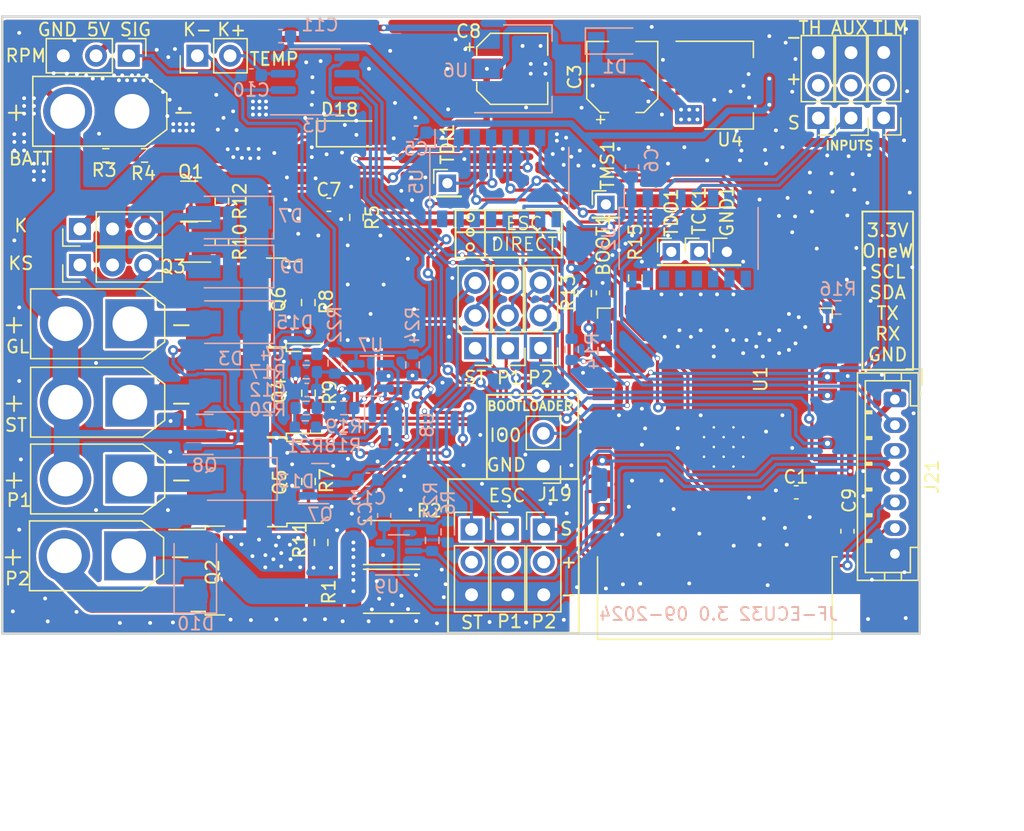
<source format=kicad_pcb>
(kicad_pcb (version 20221018) (generator pcbnew)
  (layers (0 "F.Cu" signal) (31 "B.Cu" signal) (34 "B.Paste" user) (35 "F.Paste" user) (36 "B.SilkS" user "B.Silkscreen") (37 "F.SilkS" user "F.Silkscreen") (38 "B.Mask" user) (39 "F.Mask" user) (44 "Edge.Cuts" user))
  (net 0 "")
  (net 1 "+5V")
  (net 2 "TCK")
  (net 3 "Net-(U7--)")
  (net 4 "Net-(U1-EN)")
  (net 5 "Net-(J10-Pin_2)")
  (net 6 "Net-(J10-Pin_1)")
  (net 15 "Net-(D3-A)")
  (net 16 "PPM_PWM_PUMP2_3.3")
  (net 17 "PPM_PWM_PUMP1_3.3")
  (net 18 "PWM_KERO_3.3")
  (net 19 "PWM_KEROSTART_3.3")
  (net 20 "PWM_GLOW_3.3")
  (net 21 "PPM_STARTER_3.3")
  (net 22 "PPM_GAZ_5V")
  (net 23 "AUX_5V")
  (net 24 "VDC")
  (net 25 "Net-(D7-A)")
  (net 26 "PWM_GLOW")
  (net 27 "PWM_KEROSTART")
  (net 28 "PWM_KERO")
  (net 29 "PPM_PWM_PUMP1")
  (net 30 "PPM_PWM_PUMP2")
  (net 31 "Net-(D9-A)")
  (net 32 "Net-(D10-K)")
  (net 33 "Net-(D10-A)")
  (net 34 "Net-(D13-A)")
  (net 35 "+BATT")
  (net 36 "Net-(D15-A)")
  (net 38 "ST_MOSFET")
  (net 39 "ST_OUTPUT")
  (net 40 "VBAT_ADC")
  (net 41 "ESP_SCL")
  (net 42 "PPM_GAZ")
  (net 43 "AUX")
  (net 45 "CLK")
  (net 46 "MISO")
  (net 47 "CS")
  (net 48 "RPM")
  (net 49 "TX2")
  (net 51 "P1_OUTPUT")
  (net 53 "PPM_PWM_STARTER")
  (net 54 "P2_OUTPUT")
  (net 56 "Net-(R18-Pad2)")
  (net 57 "ESP_SDA")
  (net 58 "Net-(U1-IO16)")
  (net 59 "TDO")
  (net 60 "Net-(U1-IO2)")
  (net 61 "MOSI")
  (net 62 "3.3V")
  (net 63 "Net-(U7-+)")
  (net 68 "+2V5")
  (net 71 "RPM-2")
  (net 74 "P1_MOSFET")
  (net 75 "P2_MOSFET")
  (net 76 "BR_MOSFET")
  (net 77 "TX")
  (net 78 "RX")
  (net 79 "IO0")
  (net 80 "GND")
  (net 81 "OneWire")
  (footprint "Connector_PinHeader_2.00mm:PinHeader_1x01_P2.00mm_Vertical" (layer "F.Cu") (at 47.371 163.068)
    (fp_text reference "TDI1")
    (fp_text value "Conn_01x01_Male")
  )
  (footprint "Package_TO_SOT_SMD:TO-252-2" (layer "F.Cu") (at 32.429 186.31 180)
    (fp_text reference "Q5")
    (fp_text value "QM6006D")
  )
  (footprint "Package_TO_SOT_SMD:TO-252-2" (layer "F.Cu") (at 32.35 172.338 180)
    (fp_text reference "Q6")
    (fp_text value "QM6006D")
  )
  (footprint "Resistor_SMD:R_0603_1608Metric" (layer "F.Cu") (at 23.838 160.909)
    (fp_text reference "R4")
    (fp_text value "2.7K")
  )
  (footprint "Capacitor_SMD:C_0603_1608Metric" (layer "F.Cu") (at 59.4614 171.59 90)
    (fp_text reference "BOOT1")
    (fp_text value "BOOT")
  )
  (footprint "Capacitor_SMD:C_0603_1608Metric" (layer "F.Cu") (at 38.1632 164.7444 180)
    (fp_text reference "C7")
    (fp_text value "1µF")
  )
  (footprint "Connector_PinHeader_2.54mm:PinHeader_1x03_P2.54mm_Vertical" (layer "F.Cu") (at 54.61 175.88 180)
    (fp_text reference "J16" hide)
    (fp_text value "PPM/PWM")
  )
  (footprint "Resistor_SMD:R_0603_1608Metric" (layer "F.Cu") (at 20.828 160.909)
    (fp_text reference "R3")
    (fp_text value "10K")
  )
  (footprint "Resistor_SMD:R_0603_1608Metric" (layer "F.Cu") (at 37.56 190.985 -90)
    (fp_text reference "R11")
    (fp_text value "R")
  )
  (footprint "Connector_PinHeader_2.54mm:PinHeader_1x03_P2.54mm_Vertical" (layer "F.Cu") (at 54.86 189.97)
    (fp_text reference "J18" hide)
    (fp_text value "PUMP2")
  )
  (footprint "Connector_PinHeader_2.54mm:PinHeader_1x03_P2.54mm_Vertical" (layer "F.Cu") (at 18.811 166.624 90)
    (fp_text reference "J7" hide)
    (fp_text value "VANNE KERO")
  )
  (footprint "Connector_JST:JST_PH_B7B-PH-K_1x07_P2.00mm_Vertical" (layer "F.Cu") (at 82.15 179.87 -90)
    (fp_text reference "J21")
    (fp_text value "Conn_01x07")
  )
  (footprint "Connector_PinHeader_2.54mm:PinHeader_1x03_P2.54mm_Vertical" (layer "F.Cu") (at 49.2466 189.97)
    (fp_text reference "J4" hide)
    (fp_text value "STARTER")
  )
  (footprint "Connector_PinHeader_2.54mm:PinHeader_1x03_P2.54mm_Vertical" (layer "F.Cu") (at 52.066 189.97)
    (fp_text reference "J15" hide)
    (fp_text value "PUMP1")
  )
  (footprint "Connector_PinHeader_2.54mm:PinHeader_1x02_P2.54mm_Vertical" (layer "F.Cu") (at 27.94 153.162 90)
    (fp_text reference "J10" hide)
    (fp_text value "k")
  )
  (footprint "Resistor_SMD:R_0603_1608Metric" (layer "F.Cu") (at 36.576 186.245 90)
    (fp_text reference "R7")
    (fp_text value "R")
  )
  (footprint "Connector_PinHeader_2.54mm:PinHeader_1x02_P2.54mm_Vertical" (layer "F.Cu") (at 54.83 185.05 180)
    (fp_text reference "J19")
    (fp_text value "EN")
  )
  (footprint "Resistor_SMD:R_0603_1608Metric" (layer "F.Cu") (at 29.845 164.465 90)
    (fp_text reference "R12")
    (fp_text value "R")
  )
  (footprint "Connector_AMASS:AMASS_XT30U-F_1x02_P5.0mm_Vertical" (layer "F.Cu") (at 22.693 180.086 180)
    (fp_text reference "J9" hide)
    (fp_text value "STARTER")
  )
  (footprint "Connector_PinHeader_2.00mm:PinHeader_1x01_P2.00mm_Vertical" (layer "F.Cu") (at 69.088 168.402)
    (fp_text reference "GND1")
    (fp_text value "Conn_01x01_Male")
  )
  (footprint "Package_TO_SOT_SMD:TO-252-2" (layer "F.Cu") (at 32.385 179.325 180)
    (fp_text reference "Q4")
    (fp_text value "QM6006D")
  )
  (footprint "Resistor_SMD:R_2512_6332Metric" (layer "F.Cu") (at 43.03 190.99)
    (fp_text reference "R2")
    (fp_text value "R020")
  )
  (footprint "Resistor_SMD:R_0603_1608Metric" (layer "F.Cu") (at 61.976 170.434 90)
    (fp_text reference "R15")
    (fp_text value "10K")
  )
  (footprint "Connector_PinHeader_2.54mm:PinHeader_1x03_P2.54mm_Vertical" (layer "F.Cu") (at 18.811 169.418 90)
    (fp_text reference "J6" hide)
    (fp_text value "VANNE KEROSTART")
  )
  (footprint "Diode_SMD:D_MiniMELF" (layer "F.Cu") (at 39.751 159.2326)
    (fp_text reference "D18")
    (fp_text value "BZV55C3V3")
  )
  (footprint "Connector_PinHeader_2.00mm:PinHeader_1x01_P2.00mm_Vertical" (layer "F.Cu") (at 59.69 164.719)
    (fp_text reference "TMS1")
    (fp_text value "Conn_01x01_Male")
  )
  (footprint "Connector_PinHeader_2.00mm:PinHeader_1x01_P2.00mm_Vertical" (layer "F.Cu") (at 66.929 168.402)
    (fp_text reference "TCK1")
    (fp_text value "Conn_01x01_Male")
  )
  (footprint "Connector_PinHeader_2.54mm:PinHeader_1x03_P2.54mm_Vertical" (layer "F.Cu") (at 49.53 175.895 180)
    (fp_text reference "J3" hide)
    (fp_text value "PPM/PWM")
  )
  (footprint "Package_TO_SOT_SMD:TO-252-2" (layer "F.Cu") (at 31.023 193.168)
    (fp_text reference "Q2")
    (fp_text value "QM6006D")
  )
  (footprint "Connector_AMASS:AMASS_XT30U-M_1x02_P5.0mm_Vertical" (layer "F.Cu") (at 22.86 157.48 180)
    (fp_text reference "J8" hide)
    (fp_text value "BATTERY 2S/3S")
  )
  (footprint "Resistor_SMD:R_0603_1608Metric" (layer "F.Cu") (at 29.845 167.64 90)
    (fp_text reference "R10")
    (fp_text value "R")
  )
  (footprint "Resistor_SMD:R_2512_6332Metric" (layer "F.Cu") (at 43.03 194.78)
    (fp_text reference "R1")
    (fp_text value "R020")
  )
  (footprint "RF_Module:ESP32-WROOM-32" (layer "F.Cu") (at 68.16 182.655 180)
    (fp_text reference "U1")
    (fp_text value "ESP32-WROOM-32D")
  )
  (footprint "Package_TO_SOT_SMD:SOT-23" (layer "F.Cu") (at 27.305 164.465 180)
    (fp_text reference "Q1")
    (fp_text value "AO3400A")
  )
  (footprint "Package_TO_SOT_SMD:SOT-223-3_TabPin2" (layer "F.Cu") (at 69.24 155.448)
    (fp_text reference "U4")
    (fp_text value "AMS1117-3.3")
  )
  (footprint "Connector_PinHeader_2.54mm:PinHeader_1x03_P2.54mm_Vertical" (layer "F.Cu") (at 76.2 158.003 180)
    (fp_text reference "J1" hide)
    (fp_text value "GAZ")
  )
  (footprint "Connector_AMASS:AMASS_XT30U-F_1x02_P5.0mm_Vertical" (layer "F.Cu") (at 22.693 173.99 180)
    (fp_text reference "J17" hide)
    (fp_text value "PUMP2")
  )
  (footprint "Resistor_SMD:R_0603_1608Metric" (layer "F.Cu") (at 36.56 172.345 90)
    (fp_text reference "R8")
    (fp_text value "R")
  )
  (footprint "Capacitor_SMD:C_0603_1608Metric" (layer "F.Cu") (at 74.485 187.09 180)
    (fp_text reference "C1")
    (fp_text value "1µF")
  )
  (footprint "Connector_AMASS:AMASS_XT30U-F_1x02_P5.0mm_Vertical" (layer "F.Cu") (at 22.606 192.024 180)
    (fp_text reference "J5" hide)
    (fp_text value "GLOW")
  )
  (footprint "Connector_PinHeader_2.54mm:PinHeader_1x03_P2.54mm_Vertical" (layer "F.Cu") (at 81.28 157.988 180)
    (fp_text reference "J12" hide)
    (fp_text value "S.PORT")
  )
  (footprint "Connector_PinHeader_2.54mm:PinHeader_1x03_P2.54mm_Vertical" (layer "F.Cu") (at 52.07 175.895 180)
    (fp_text reference "J13" hide)
    (fp_text value "PPM/PWM")
  )
  (footprint "Capacitor_SMD:CP_Elec_5x3" (layer "F.Cu") (at 52.41 154.178)
    (fp_text reference "C8")
    (fp_text value "22µF")
  )
  (footprint "Resistor_SMD:R_0603_1608Metric" (layer "F.Cu") (at 58.039 171.64 -90)
    (fp_text reference "R13")
    (fp_text value "10K")
  )
  (footprint "Resistor_SMD:R_0603_1608Metric" (layer "F.Cu") (at 36.576 179.387 90)
    (fp_text reference "R9")
    (fp_text value "R")
  )
  (footprint "Resistor_SMD:R_0603_1608Metric" (layer "F.Cu") (at 40.305 165.7277 90)
    (fp_text reference "R5")
    (fp_text value "10K")
  )
  (footprint "Connector_PinHeader_2.54mm:PinHeader_1x03_P2.54mm_Vertical" (layer "F.Cu") (at 78.74 158.003 180)
    (fp_text reference "J2" hide)
    (fp_text value "AUX")
  )
  (footprint "Connector_PinHeader_2.54mm:PinHeader_1x03_P2.54mm_Vertical" (layer "F.Cu") (at 22.606 153.162 -90)
    (fp_text reference "J11" hide)
    (fp_text value "RPM")
  )
  (footprint "Capacitor_SMD:CP_Elec_5x3" (layer "F.Cu") (at 60.96 154.813 90)
    (fp_text reference "C3")
    (fp_text value "22µF")
  )
  (footprint "Capacitor_SMD:C_0603_1608Metric" (layer "F.Cu") (at 78.46 190.115 -90)
    (fp_text reference "C9")
    (fp_text value "0.1µF")
  )
  (footprint "Connector_PinHeader_2.00mm:PinHeader_1x01_P2.00mm_Vertical" (layer "F.Cu") (at 64.77 168.402)
    (fp_text reference "TDO1")
    (fp_text value "Conn_01x01_Male")
  )
  (footprint "Package_TO_SOT_SMD:SOT-23" (layer "F.Cu") (at 27.305 167.64 180)
    (fp_text reference "Q3")
    (fp_text value "AO3400A")
  )
  (footprint "Connector_AMASS:AMASS_XT30U-F_1x02_P5.0mm_Vertical" (layer "F.Cu") (at 22.693 186.055 180)
    (fp_text reference "J14" hide)
    (fp_text value "PUMP1")
  )
  (footprint "Resistor_SMD:R_0603_1608Metric" (layer "B.Cu") (at 46.19 190.825 90)
    (fp_text reference "R23")
    (fp_text value "1K")
  )
  (footprint "Diode_SMD:D_SMA" (layer "B.Cu") (at 30.48 169.545 180)
    (fp_text reference "D9")
    (fp_text value "D_Schottky")
  )
  (footprint "Diode_SMD:D_SMF" (layer "B.Cu") (at 60.378 152.019)
    (fp_text reference "D1")
    (fp_text value "SMF5V0A")
  )
  (footprint "Package_TO_SOT_SMD:SOT-23-5" (layer "B.Cu") (at 41.4075 178.054 180)
    (fp_text reference "U7")
    (fp_text value "OPA340NA")
  )
  (footprint "Package_TO_SOT_SMD:SOT-23" (layer "B.Cu") (at 42.495 181.8515 -90)
    (fp_text reference "U8")
    (fp_text value "LM4040DBZ-2.5")
  )
  (footprint "Package_SO:SOIC-8_3.9x4.9mm_P1.27mm" (layer "B.Cu") (at 37.084 155.194)
    (fp_text reference "U3")
    (fp_text value "MAX31855KASA")
  )
  (footprint "Capacitor_SMD:C_0603_1608Metric" (layer "B.Cu") (at 42.46 188.885 90)
    (fp_text reference "C2")
    (fp_text value "0.1µF")
  )
  (footprint "Diode_SMD:D_SMA" (layer "B.Cu") (at 27.78 193.08 90)
    (fp_text reference "D10")
    (fp_text value "D_Schottky")
  )
  (footprint "Capacitor_SMD:C_0603_1608Metric" (layer "B.Cu") (at 44.945 159.131 180)
    (fp_text reference "C5")
    (fp_text value "0.1µF")
  )
  (footprint "Resistor_SMD:R_0603_1608Metric" (layer "B.Cu") (at 77.724 172.72 180)
    (fp_text reference "R16")
    (fp_text value "10K")
  )
  (footprint "Package_TO_SOT_SMD:SOT-23" (layer "B.Cu") (at 37.4825 186.41)
    (fp_text reference "Q7")
    (fp_text value "AO3400A")
  )
  (footprint "Capacitor_SMD:C_0603_1608Metric" (layer "B.Cu") (at 61.722 161.798 90)
    (fp_text reference "C6")
    (fp_text value "0.1µF")
  )
  (footprint "Capacitor_SMD:C_0603_1608Metric" (layer "B.Cu") (at 32.131 154.686 180)
    (fp_text reference "C10")
    (fp_text value "0.1µF")
  )
  (footprint "Capacitor_SMD:C_0603_1608Metric" (layer "B.Cu") (at 36.46 176.342 180)
    (fp_text reference "C4")
    (fp_text value "0.1µF")
  )
  (footprint "Resistor_SMD:R_0603_1608Metric" (layer "B.Cu") (at 36.397 177.739 180)
    (fp_text reference "R17")
    (fp_text value "20K")
  )
  (footprint "Diode_SMD:D_SMA" (layer "B.Cu") (at 30.512 173.863 180)
    (fp_text reference "D15")
    (fp_text value "D_Schottky")
  )
  (footprint "Resistor_SMD:R_0603_1608Metric" (layer "B.Cu") (at 38.619 177.04 -90)
    (fp_text reference "R22")
    (fp_text value "500")
  )
  (footprint "Resistor_SMD:R_0603_1608Metric" (layer "B.Cu") (at 36.397 180.533 180)
    (fp_text reference "R20")
    (fp_text value "20K")
  )
  (footprint "Resistor_SMD:R_0603_1608Metric" (layer "B.Cu") (at 44.66 177.185 -90)
    (fp_text reference "R24")
    (fp_text value "100K")
  )
  (footprint "Diode_SMD:D_SMA" (layer "B.Cu") (at 30.734 186.055 180)
    (fp_text reference "D13")
    (fp_text value "D_Schottky")
  )
  (footprint "Resistor_SMD:R_0603_1608Metric" (layer "B.Cu") (at 47.4 190.165 90)
    (fp_text reference "R6")
    (fp_text value "1K")
  )
  (footprint "Resistor_SMD:R_0603_1608Metric" (layer "B.Cu") (at 57.023 175.9834 90)
    (fp_text reference "R14")
    (fp_text value "10K")
  )
  (footprint "Package_SO:SOP-16_4.4x10.4mm_P1.27mm" (layer "B.Cu") (at 66.1162 167.3606 -90)
    (fp_text reference "U2")
    (fp_text value "4050")
  )
  (footprint "Diode_SMD:D_SMA" (layer "B.Cu") (at 30.48 165.735 180)
    (fp_text reference "D7")
    (fp_text value "D_Schottky")
  )
  (footprint "Package_SO:SOP-16_4.4x10.4mm_P1.27mm" (layer "B.Cu") (at 51.4096 162.687 -90)
    (fp_text reference "U5")
    (fp_text value "4050")
  )
  (footprint "Resistor_SMD:R_0603_1608Metric" (layer "B.Cu") (at 36.333 182.057)
    (fp_text reference "R21")
    (fp_text value "20K")
  )
  (footprint "Resistor_SMD:R_0603_1608Metric" (layer "B.Cu") (at 39.254 182.057 180)
    (fp_text reference "R18")
    (fp_text value "20K")
  )
  (footprint "Capacitor_SMD:C_0603_1608Metric" (layer "B.Cu") (at 36.447 179.136 180)
    (fp_text reference "C12")
    (fp_text value "0.1µF")
  )
  (footprint "Package_TO_SOT_SMD:SOT-223-3_TabPin2" (layer "B.Cu") (at 53.594 154.178)
    (fp_text reference "U6")
    (fp_text value "AMS1117-5.0")
  )
  (footprint "Capacitor_SMD:C_0603_1608Metric" (layer "B.Cu") (at 34.404 151.638 180)
    (fp_text reference "C11")
    (fp_text value "0.1µF")
  )
  (footprint "Resistor_SMD:R_0603_1608Metric" (layer "B.Cu") (at 39.317 180.533)
    (fp_text reference "R19")
    (fp_text value "20K")
  )
  (footprint "Diode_SMD:D_SMA" (layer "B.Cu") (at 30.52 179.197 180)
    (fp_text reference "D3")
    (fp_text value "D_Schottky")
  )
  (footprint "Package_TO_SOT_SMD:SOT-23-8" (layer "B.Cu") (at 43.5975 191.955)
    (fp_text reference "U9")
    (fp_text value "INA219AxDCN")
  )
  (footprint "Package_TO_SOT_SMD:SOT-23" (layer "B.Cu") (at 28.5125 182.59)
    (fp_text reference "Q8")
    (fp_text value "AO3400A")
  )
  (footprint "Capacitor_SMD:C_0603_1608Metric" (layer "B.Cu") (at 41.195 186.1)
    (fp_text reference "C13")
    (fp_text value "1µF")
  )
  (gr_rect (start 65.151 157.099) (end 67.056 158.369) (stroke (width 0.2)) (fill solid) (layer "B.Cu"))
  (gr_line (start 48.006 166.878) (end 56.261 166.878) (stroke (width 0.15)) (layer "F.SilkS"))
  (gr_circle (center 49.149 168.021) (end 49.276 168.275) (stroke (width 0.15)) (fill none) (layer "F.SilkS"))
  (gr_rect (start 50.442 179.52) (end 57.54 186.06) (stroke (width 0.15)) (fill none) (layer "F.SilkS"))
  (gr_rect (start 79.6215 165.27) (end 83.5585 177.567) (stroke (width 0.15)) (fill none) (layer "F.SilkS"))
  (gr_circle (center 49.149 165.735) (end 49.276 165.989) (stroke (width 0.15)) (fill none) (layer "F.SilkS"))
  (gr_rect (start 47.42 186.062) (end 57.58 198) (stroke (width 0.15)) (fill none) (layer "F.SilkS"))
  (gr_line (start 50.292 165.227) (end 50.292 168.783) (stroke (width 0.15)) (layer "F.SilkS"))
  (gr_circle (center 49.149 166.878) (end 49.276 167.132) (stroke (width 0.15)) (fill none) (layer "F.SilkS"))
  (gr_rect (start 48.006 165.1635) (end 56.261 168.8465) (stroke (width 0.15)) (fill none) (layer "F.SilkS"))
  (gr_rect (start 12.78 150.114) (end 84.074 198.07) (stroke (width 0.2)) (fill none) (layer "Edge.Cuts"))
  (gr_text "JF-ECU32 3.0 09-2024" (at 68.44 196.55) (layer "B.SilkS") (effects (font (size 1 1)) (justify mirror)))
  (gr_text "+" (at 56.81 192.48) (layer "F.SilkS") (effects (font (size 1 1))))
  (gr_text "IO0" (at 51.88 182.66) (layer "F.SilkS") (effects (font (size 1 1))))
  (gr_text "INPUTS" (at 78.613 160.147) (layer "F.SilkS") (effects (font (size 0.7 0.7))))
  (gr_text "S\n\n+\n\n-" (at 74.295 155.067 180) (layer "F.SilkS") (effects (font (size 1 1))))
  (gr_text "K+" (at 30.607 151.13) (layer "F.SilkS") (effects (font (size 1 1))))
  (gr_text "RPM" (at 14.605 153.162) (layer "F.SilkS") (effects (font (size 1 1))))
  (gr_text "BATT" (at 14.986 161.163) (layer "F.SilkS") (effects (font (size 1 1))))
  (gr_text "ST" (at 13.843 181.864) (layer "F.SilkS") (effects (font (size 1 1))))
  (gr_text "ST" (at 49.28 197.2) (layer "F.SilkS") (effects (font (size 1 1))))
  (gr_text "GND 5V SIG" (at 19.939 151.13) (layer "F.SilkS") (effects (font (size 1 1))))
  (gr_text "TH" (at 75.565 151.003) (layer "F.SilkS") (effects (font (size 1 1))))
  (gr_text "P2" (at 13.97 193.802) (layer "F.SilkS") (effects (font (size 1 1))))
  (gr_text "K" (at 14.224 166.37) (layer "F.SilkS") (effects (font (size 1 1))))
  (gr_text "KS" (at 14.224 169.291) (layer "F.SilkS") (effects (font (size 1 1))))
  (gr_text "P1" (at 52.197 178.181) (layer "F.SilkS") (effects (font (size 1 1))))
  (gr_text "ESC" (at 52 187.34) (layer "F.SilkS") (effects (font (size 1 1))))
  (gr_text "P2" (at 54.61 178.181) (layer "F.SilkS") (effects (font (size 1 1))))
  (gr_text "P2" (at 54.87 197.14) (layer "F.SilkS") (effects (font (size 1 1))))
  (gr_text "TEMP" (at 33.909 153.416) (layer "F.SilkS") (effects (font (size 1 1))))
  (gr_text "S" (at 56.61 189.93) (layer "F.SilkS") (effects (font (size 1 1))))
  (gr_text "TLM" (at 81.788 151.003) (layer "F.SilkS") (effects (font (size 1 1))))
  (gr_text "ST" (at 49.53 178.181) (layer "F.SilkS") (effects (font (size 1 1))))
  (gr_text "P1" (at 14.097 187.706) (layer "F.SilkS") (effects (font (size 1 1))))
  (gr_text "BOOTLOADER" (at 53.8 180.39) (layer "F.SilkS") (effects (font (size 0.7 0.7))))
  (gr_text "-" (at 56.78 195.03) (layer "F.SilkS") (effects (font (size 1 1))))
  (gr_text "3.3V\nOneW\nSCL\nSDA\nTX\nRX\nGND" (at 81.59 171.56) (layer "F.SilkS") (effects (font (size 1 1))))
  (gr_text "GL" (at 13.97 175.768) (layer "F.SilkS") (effects (font (size 1 1))))
  (gr_text "P1" (at 52.21 197.12) (layer "F.SilkS") (effects (font (size 1 1))))
  (gr_text "K-" (at 27.94 151.13) (layer "F.SilkS") (effects (font (size 1 1))))
  (gr_text "GND" (at 51.95 184.96) (layer "F.SilkS") (effects (font (size 1 1))))
  (gr_text "ESC\nDIRECT" (at 53.34 167.005) (layer "F.SilkS") (effects (font (size 1 1) (thickness 0.125))))
  (gr_text "AUX" (at 78.613 151.003) (layer "F.SilkS") (effects (font (size 1 1))))
  (segment (start 48.402 153.812) (end 47.498 152.908) (width 0.5) (layer "F.Cu") (net 1))
  (segment (start 48.133 158.369) (end 46.99 159.512) (width 0.5) (layer "F.Cu") (net 1))
  (segment (start 43.18 161.163) (end 40.259 161.163) (width 0.25) (layer "F.Cu") (net 1))
  (segment (start 50.419 154.203) (end 50.419 158.369) (width 0.5) (layer "F.Cu") (net 1))
  (segment (start 21.3662 151.8618) (end 20.066 153.162) (width 0.5) (layer "F.Cu") (net 1))
  (segment (start 43.6578 151.8618) (end 21.3662 151.8618) (width 0.5) (layer "F.Cu") (net 1))
  (segment (start 44.704 152.908) (end 43.6578 151.8618) (width 0.5) (layer "F.Cu") (net 1))
  (segment (start 48.809 153.812) (end 48.402 153.812) (width 0.5) (layer "F.Cu") (net 1))
  (segment (start 50.444 154.178) (end 50.419 154.203) (width 0.5) (layer "F.Cu") (net 1))
  (segment (start 50.419 158.369) (end 48.133 158.369) (width 0.5) (layer "F.Cu") (net 1))
  (segment (start 47.498 152.908) (end 44.704 152.908) (width 0.5) (layer "F.Cu") (net 1))
  (via (at 46.99 159.512) (size 0.4) (drill 0.3) (layers "F.Cu" "B.Cu") (net 1))
  (via (at 66.802 157.353) (size 0.4) (drill 0.3) (layers "F.Cu" "B.Cu") (net 1))
  (via (at 65.532 158.115) (size 0.4) (drill 0.3) (layers "F.Cu" "B.Cu") (net 1))
  (via (at 66.167 157.353) (size 0.4) (drill 0.3) (layers "F.Cu" "B.Cu") (net 1))
  (via (at 40.259 161.163) (size 0.4) (drill 0.3) (layers "F.Cu" "B.Cu") (net 1))
  (via (at 50.444 154.178) (size 0.4) (drill 0.3) (layers "F.Cu" "B.Cu") (net 1))
  (via (at 66.167 158.115) (size 0.4) (drill 0.3) (layers "F.Cu" "B.Cu") (net 1))
  (via (at 43.18 161.163) (size 0.4) (drill 0.3) (layers "F.Cu" "B.Cu") (net 1))
  (via (at 66.802 158.115) (size 0.4) (drill 0.3) (layers "F.Cu" "B.Cu") (net 1))
  (via (at 65.532 157.353) (size 0.4) (drill 0.3) (layers "F.Cu" "B.Cu") (net 1))
  (segment (start 58.674 154.178) (end 59.436 154.178) (width 1) (layer "B.Cu") (net 1))
  (segment (start 40.27 177.104) (end 40.27 176.331) (width 0.25) (layer "B.Cu") (net 1))
  (segment (start 45.466 169.428696) (end 45.134751 169.759945) (width 0.25) (layer "B.Cu") (net 1))
  (segment (start 40.386 176.215) (end 38.619 176.215) (width 0.25) (layer "B.Cu") (net 1))
  (segment (start 44.66 176.36) (end 44.515 176.215) (width 0.25) (layer "B.Cu") (net 1))
  (segment (start 45.134751 169.759945) (end 45.134751 170.360555) (width 0.25) (layer "B.Cu") (net 1))
  (segment (start 51.943 152.766) (end 51.943 153.416) (width 0.5) (layer "B.Cu") (net 1))
  (segment (start 62.484 154.178) (end 65.532 157.226) (width 1) (layer "B.Cu") (net 1))
  (segment (start 46.0005 170.837395) (end 46.0005 175.7415) (width 0.25) (layer "B.Cu") (net 1))
  (segment (start 55.372 151.13) (end 52.197 151.13) (width 0.5) (layer "B.Cu") (net 1))
  (segment (start 40.259 161.163) (end 40.9391 161.843101) (width 0.25) (layer "B.Cu") (net 1))
  (segment (start 45.72 159.131) (end 46.5536 159.131) (width 0.5) (layer "B.Cu") (net 1))
  (segment (start 55.738 151.496) (end 55.372 151.13) (width 0.5) (layer "B.Cu") (net 1))
  (segment (start 56.744 154.178) (end 58.674 154.178) (width 1) (layer "B.Cu") (net 1))
  (segment (start 51.943 152.684239) (end 51.943 152.766) (width 0.5) (layer "B.Cu") (net 1))
  (segment (start 45.72 159.131) (end 43.688 161.163) (width 0.25) (layer "B.Cu") (net 1))
  (segment (start 45.559446 170.78525) (end 45.948355 170.78525) (width 0.25) (layer "B.Cu") (net 1))
  (segment (start 51.928 152.669239) (end 51.943 152.684239) (width 0.5) (layer "B.Cu") (net 1))
  (segment (start 45.466 168.702396) (end 45.466 169.428696) (width 0.25) (layer "B.Cu") (net 1))
  (segment (start 58.928 152.019) (end 58.928 153.924) (width 1) (layer "B.Cu") (net 1))
  (segment (start 44.515 176.215) (end 40.386 176.215) (width 0.25) (layer "B.Cu") (net 1))
  (segment (start 40.9391 164.175496) (end 45.466 168.702396) (width 0.25) (layer "B.Cu") (net 1))
  (segment (start 40.9391 161.843101) (end 40.9391 164.175496) (width 0.25) (layer "B.Cu") (net 1))
  (segment (start 59.436 154.178) (end 62.484 154.178) (width 1) (layer "B.Cu") (net 1))
  (segment (start 46.5536 159.131) (end 46.9596 159.537) (width 0.5) (layer "B.Cu") (net 1))
  (segment (start 55.738 153.172) (end 55.738 151.496) (width 0.5) (layer "B.Cu") (net 1))
  (segment (start 51.928 151.399) (end 51.928 152.669239) (width 0.5) (layer "B.Cu") (net 1))
  (segment (start 56.744 154.178) (end 55.738 153.172) (width 0.5) (layer "B.Cu") (net 1))
  (segment (start 45.382 176.36) (end 44.66 176.36) (width 0.25) (layer "B.Cu") (net 1))
  (segment (start 58.928 153.924) (end 58.674 154.178) (width 1) (layer "B.Cu") (net 1))
  (segment (start 51.943 153.416) (end 51.435 153.924) (width 0.5) (layer "B.Cu") (net 1))
  (segment (start 52.197 151.13) (end 51.928 151.399) (width 0.5) (layer "B.Cu") (net 1))
  (segment (start 43.688 161.163) (end 43.18 161.163) (width 0.25) (layer "B.Cu") (net 1))
  (segment (start 45.134751 170.360555) (end 45.559446 170.78525) (width 0.25) (layer "B.Cu") (net 1))
  (segment (start 45.948355 170.78525) (end 46.0005 170.837395) (width 0.25) (layer "B.Cu") (net 1))
  (segment (start 46.0005 175.7415) (end 45.382 176.36) (width 0.25) (layer "B.Cu") (net 1))
  (segment (start 72.39 171.831) (end 70.504537 171.831) (width 0.25) (layer "F.Cu") (net 2))
  (segment (start 70.504537 171.831) (end 67.869537 169.196) (width 0.25) (layer "F.Cu") (net 2))
  (segment (start 67.869537 169.196) (end 67.85 169.196) (width 0.25) (layer "F.Cu") (net 2))
  (segment (start 72.6186 172.0596) (end 72.39 171.831) (width 0.25) (layer "F.Cu") (net 2))
  (segment (start 72.6186 173.0756) (end 72.6186 172.0596) (width 0.25) (layer "F.Cu") (net 2))
  (segment (start 67.85 169.196) (end 66.675 168.021) (width 0.25) (layer "F.Cu") (net 2))
  (segment (start 37.071462 179.49) (end 38.747538 179.49) (width 0.25) (layer "F.Cu") (net 3))
  (segment (start 36.007 179.487) (end 37.068462 179.487) (width 0.25) (layer "F.Cu") (net 3))
  (segment (start 35.572 179.052) (end 36.007 179.487) (width 0.25) (layer "F.Cu") (net 3))
  (segment (start 38.747538 179.49) (end 39.173769 179.063769) (width 0.25) (layer "F.Cu") (net 3))
  (segment (start 37.068462 179.487) (end 37.071462 179.49) (width 0.25) (layer "F.Cu") (net 3))
  (segment (start 35.572 178.258) (end 35.572 179.052) (width 0.25) (layer "F.Cu") (net 3))
  (via (at 35.572 178.258) (size 0.4) (drill 0.3) (layers "F.Cu" "B.Cu") (net 3))
  (via (at 39.173769 179.063769) (size 0.4) (drill 0.3) (layers "F.Cu" "B.Cu") (net 3))
  (segment (start 35.685 176.342) (end 35.685 177.626) (width 0.25) (layer "B.Cu") (net 3))
  (segment (start 39.173769 179.063769) (end 39.233538 179.004) (width 0.25) (layer "B.Cu") (net 3))
  (segment (start 35.685 177.626) (end 35.572 177.739) (width 0.25) (layer "B.Cu") (net 3))
  (segment (start 39.233538 179.004) (end 40.27 179.004) (width 0.25) (layer "B.Cu") (net 3))
  (segment (start 35.572 178.258) (end 35.572 177.739) (width 0.25) (layer "B.Cu") (net 3))
  (segment (start 66.0547 177.9159) (end 66.0547 185.6887) (width 0.25) (layer "F.Cu") (net 4))
  (segment (start 68.6616 188.2956) (end 76.9286 188.2956) (width 0.25) (layer "F.Cu") (net 4))
  (segment (start 62.6501 175.2001) (end 63.3389 175.2001) (width 0.25) (layer "F.Cu") (net 4))
  (segment (start 40.305 164.9027) (end 39.0965 164.9027) (width 0.25) (layer "F.Cu") (net 4))
  (segment (start 40.7795 165.3772) (end 55.2779 165.3772) (width 0.25) (layer "F.Cu") (net 4))
  (segment (start 39.0965 164.9027) (end 38.9382 164.7444) (width 0.25) (layer "F.Cu") (net 4))
  (segment (start 55.2779 165.3772) (end 60.8302 170.9295) (width 0.25) (layer "F.Cu") (net 4))
  (segment (start 60.8302 173.3802) (end 62.6501 175.2001) (width 0.25) (layer "F.Cu") (net 4))
  (segment (start 66.0547 185.6887) (end 68.6616 188.2956) (width 0.25) (layer "F.Cu") (net 4))
  (segment (start 63.3389 175.2001) (end 66.0547 177.9159) (width 0.25) (layer "F.Cu") (net 4))
  (segment (start 60.8302 170.9295) (end 60.8302 173.3802) (width 0.25) (layer "F.Cu") (net 4))
  (segment (start 40.305 164.9027) (end 40.7795 165.3772) (width 0.25) (layer "F.Cu") (net 4))
  (segment (start 33.0521 154.559) (end 31.6551 153.162) (width 0.25) (layer "B.Cu") (net 5))
  (segment (start 30.48 153.162) (end 31.6551 153.162) (width 0.25) (layer "B.Cu") (net 5))
  (segment (start 34.609 154.559) (end 33.0521 154.559) (width 0.25) (layer "B.Cu") (net 5))
  (segment (start 28.7479 153.162) (end 31.07445 155.48855) (width 0.25) (layer "B.Cu") (net 6))
  (segment (start 31.356 154.686) (end 31.242 154.686) (width 0.25) (layer "B.Cu") (net 6))
  (segment (start 31.242 154.686) (end 30.861 155.067) (width 0.25) (layer "B.Cu") (net 6))
  (segment (start 30.861 155.067) (end 30.861 155.2751) (width 0.25) (layer "B.Cu") (net 6))
  (segment (start 30.861 155.2751) (end 31.07445 155.48855) (width 0.25) (layer "B.Cu") (net 6))
  (segment (start 27.94 153.162) (end 28.7479 153.162) (width 0.25) (layer "B.Cu") (net 6))
  (segment (start 34.609 155.829) (end 31.4149 155.829) (width 0.25) (layer "B.Cu") (net 6))
  (segment (start 31.4149 155.829) (end 31.07445 155.48855) (width 0.25) (layer "B.Cu") (net 6))
  (segment (start 30.285 179.07) (end 25.8849 179.07) (width 2) (layer "F.Cu") (net 15))
  (segment (start 22.78 179.705) (end 25.8801 179.705) (width 2) (layer "F.Cu") (net 15))
  (segment (start 25.8849 179.07) (end 25.8849 179.7002) (width 2) (layer "F.Cu") (net 15))
  (segment (start 25.8849 179.7002) (end 25.8801 179.705) (width 2) (layer "F.Cu") (net 15))
  (segment (start 27.575 180.142) (end 28.012 179.705) (width 1) (layer "B.Cu") (net 15))
  (segment (start 27.575 181.54) (end 27.575 180.142) (width 1) (layer "B.Cu") (net 15))
  (segment (start 28.52 179.197) (end 28.012 179.705) (width 2) (layer "B.Cu") (net 15))
  (segment (start 26.543 179.705) (end 22.78 179.705) (width 2) (layer "B.Cu") (net 15))
  (segment (start 27.2565 180.4185) (end 26.543 179.705) (width 0.7) (layer "B.Cu") (net 15))
  (segment (start 28.012 179.705) (end 26.543 179.705) (width 2) (layer "B.Cu") (net 15))
  (segment (start 76.91 179.4242) (end 76.9286 179.4056) (width 0.25) (layer "F.Cu") (net 16))
  (segment (start 76.91 179.569173) (end 76.91 179.4242) (width 0.25) (layer "F.Cu") (net 16))
  (via (at 76.91 179.569173) (size 0.8) (drill 0.4) (layers "F.Cu" "B.Cu") (net 16))
  (segment (start 57.9997 179.307) (end 55.9152 177.2225) (width 0.25) (layer "B.Cu") (net 16))
  (segment (start 55.9152 174.7528) (end 56.2745 174.3935) (width 0.25) (layer "B.Cu") (net 16))
  (segment (start 76.91 179.569173) (end 76.647827 179.307) (width 0.25) (layer "B.Cu") (net 16))
  (segment (start 56.2745 174.3935) (end 56.2745 166.2519) (width 0.25) (layer "B.Cu") (net 16))
  (segment (start 55.9152 177.2225) (end 55.9152 174.7528) (width 0.25) (layer "B.Cu") (net 16))
  (segment (start 76.647827 179.307) (end 57.9997 179.307) (width 0.25) (layer "B.Cu") (net 16))
  (segment (start 56.2745 166.2519) (end 55.8596 165.837) (width 0.25) (layer "B.Cu") (net 16))
  (segment (start 60.2947 166.1699) (end 69.223108 166.1699) (width 0.25) (layer "F.Cu") (net 17))
  (segment (start 75.73 172.676792) (end 75.73 180.6756) (width 0.25) (layer "F.Cu") (net 17))
  (segment (start 60.0196 166.445) (end 60.2947 166.1699) (width 0.25) (layer "F.Cu") (net 17))
  (segment (start 75.73 180.6756) (end 76.9286 180.6756) (width 0.25) (layer "F.Cu") (net 17))
  (segment (start 69.223108 166.1699) (end 75.73 172.676792) (width 0.25) (layer "F.Cu") (net 17))
  (via (at 60.0196 166.445) (size 0.8) (drill 0.4) (layers "F.Cu" "B.Cu") (net 17))
  (segment (start 53.3196 164.8619) (end 56.4605 164.8619) (width 0.25) (layer "B.Cu") (net 17))
  (segment (start 56.6881 165.0895) (end 56.6881 165.2266) (width 0.25) (layer "B.Cu") (net 17))
  (segment (start 56.6881 165.2266) (end 57.9065 166.445) (width 0.25) (layer "B.Cu") (net 17))
  (segment (start 57.9065 166.445) (end 60.0196 166.445) (width 0.25) (layer "B.Cu") (net 17))
  (segment (start 53.3196 165.837) (end 53.3196 164.8619) (width 0.25) (layer "B.Cu") (net 17))
  (segment (start 56.4605 164.8619) (end 56.6881 165.0895) (width 0.25) (layer "B.Cu") (net 17))
  (segment (start 76.9286 173.238996) (end 69.409504 165.7199) (width 0.25) (layer "F.Cu") (net 18))
  (segment (start 59.3572 166.082) (end 57.6053 166.082) (width 0.25) (layer "F.Cu") (net 18))
  (segment (start 69.409504 165.7199) (end 59.7193 165.7199) (width 0.25) (layer "F.Cu") (net 18))
  (segment (start 59.7193 165.7199) (end 59.3572 166.082) (width 0.25) (layer "F.Cu") (net 18))
  (segment (start 57.6053 166.082) (end 55.8885 164.3652) (width 0.25) (layer "F.Cu") (net 18))
  (segment (start 55.8885 164.3652) (end 49.6191 164.3652) (width 0.25) (layer "F.Cu") (net 18))
  (segment (start 76.9286 174.3256) (end 76.9286 173.238996) (width 0.25) (layer "F.Cu") (net 18))
  (via (at 49.6191 164.3652) (size 0.8) (drill 0.4) (layers "F.Cu" "B.Cu") (net 18))
  (via (at 76.962 174.244) (size 0.4) (drill 0.3) (layers "F.Cu" "B.Cu") (net 18))
  (segment (start 76.899 172.72) (end 76.899 174.181) (width 0.25) (layer "B.Cu") (net 18))
  (segment (start 76.899 174.181) (end 76.962 174.244) (width 0.25) (layer "B.Cu") (net 18))
  (segment (start 49.4996 159.537) (end 49.4996 162.5904) (width 0.25) (layer "B.Cu") (net 18))
  (segment (start 49.022 163.068) (end 49.4996 162.5904) (width 0.25) (layer "B.Cu") (net 18))
  (segment (start 49.4996 164.2457) (end 49.6191 164.3652) (width 0.25) (layer "B.Cu") (net 18))
  (segment (start 49.4996 162.5904) (end 49.4996 164.2457) (width 0.25) (layer "B.Cu") (net 18))
  (segment (start 47.371 163.068) (end 49.022 163.068) (width 0.25) (layer "B.Cu") (net 18))
  (segment (start 59.69 164.719) (end 59.69 164.846) (width 0.25) (layer "F.Cu") (net 19))
  (segment (start 69.5958 165.2698) (end 59.2662 165.2698) (width 0.25) (layer "F.Cu") (net 19))
  (segment (start 78.232 173.906) (end 69.5958 165.2698) (width 0.25) (layer "F.Cu") (net 19))
  (segment (start 59.2662 165.2698) (end 57.9925 165.2698) (width 0.25) (layer "F.Cu") (net 19))
  (segment (start 57.9925 165.2698) (end 57.9055 165.3568) (width 0.25) (layer "F.Cu") (net 19))
  (segment (start 59.69 164.846) (end 59.2662 165.2698) (width 0.25) (layer "F.Cu") (net 19))
  (segment (start 76.9286 175.5956) (end 78.232 175.5956) (width 0.25) (layer "F.Cu") (net 19))
  (segment (start 78.232 175.5956) (end 78.232 173.906) (width 0.25) (layer "F.Cu") (net 19))
  (via (at 57.9055 165.3568) (size 0.8) (drill 0.4) (layers "F.Cu" "B.Cu") (net 19))
  (segment (start 57.9055 165.3568) (end 54.5796 162.0309) (width 0.25) (layer "B.Cu") (net 19))
  (segment (start 54.5796 162.0309) (end 54.5796 159.537) (width 0.25) (layer "B.Cu") (net 19))
  (segment (start 68.5888 163.6041) (end 78.74 173.7553) (width 0.25) (layer "F.Cu") (net 20))
  (segment (start 78.0037 176.8656) (end 76.9286 176.8656) (width 0.25) (layer "F.Cu") (net 20))
  (segment (start 52.389 163.6041) (end 68.5888 163.6041) (width 0.25) (layer "F.Cu") (net 20))
  (segment (start 52.2667 163.4818) (end 52.389 163.6041) (width 0.25) (layer "F.Cu") (net 20))
  (segment (start 78.74 176.1293) (end 78.0037 176.8656) (width 0.25) (layer "F.Cu") (net 20))
  (segment (start 78.74 173.7553) (end 78.74 176.1293) (width 0.25) (layer "F.Cu") (net 20))
  (via (at 52.2667 163.4818) (size 0.8) (drill 0.4) (layers "F.Cu" "B.Cu") (net 20))
  (segment (start 52.0496 163.2647) (end 52.0496 159.537) (width 0.25) (layer "B.Cu") (net 20))
  (segment (start 52.2667 163.4818) (end 52.0496 163.2647) (width 0.25) (layer "B.Cu") (net 20))
  (segment (start 76.9286 181.9456) (end 78.0037 181.9456) (width 0.25) (layer "F.Cu") (net 21))
  (segment (start 68.5152 162.879) (end 54.3027 162.879) (width 0.25) (layer "F.Cu") (net 21))
  (segment (start 78.0037 181.9456) (end 79.6575 180.2918) (width 0.25) (layer "F.Cu") (net 21))
  (segment (start 79.6575 180.2918) (end 79.6575 174.0213) (width 0.25) (layer "F.Cu") (net 21))
  (segment (start 79.6575 174.0213) (end 68.5152 162.879) (width 0.25) (layer "F.Cu") (net 21))
  (via (at 54.3027 162.879) (size 0.8) (drill 0.4) (layers "F.Cu" "B.Cu") (net 21))
  (segment (start 52.6492 164.5325) (end 50.4915 164.5325) (width 0.25) (layer "B.Cu") (net 21))
  (segment (start 54.3027 162.879) (end 52.6492 164.5325) (width 0.25) (layer "B.Cu") (net 21))
  (segment (start 50.4915 164.5325) (end 49.4996 165.5244) (width 0.25) (layer "B.Cu") (net 21))
  (segment (start 49.4996 165.5244) (end 49.4996 165.837) (width 0.25) (layer "B.Cu") (net 21))
  (segment (start 72.953904 162.7855) (end 76.2 159.539404) (width 0.25) (layer "B.Cu") (net 22))
  (segment (start 64.2062 163.6318) (end 65.0525 162.7855) (width 0.25) (layer "B.Cu") (net 22))
  (segment (start 64.2062 164.2106) (end 64.2062 163.6318) (width 0.25) (layer "B.Cu") (net 22))
  (segment (start 76.2 159.539404) (end 76.2 158.003) (width 0.25) (layer "B.Cu") (net 22))
  (segment (start 65.0525 162.7855) (end 72.953904 162.7855) (width 0.25) (layer "B.Cu") (net 22))
  (segment (start 78.74 158.003) (end 78.3728 158.003) (width 0.25) (layer "B.Cu") (net 23))
  (segment (start 78.3728 158.003) (end 73.1403 163.2355) (width 0.25) (layer "B.Cu") (net 23))
  (segment (start 73.1403 163.2355) (end 67.1425 163.2355) (width 0.25) (layer "B.Cu") (net 23))
  (segment (start 66.7562 163.6218) (end 66.7562 164.2106) (width 0.25) (layer "B.Cu") (net 23))
  (segment (start 67.1425 163.2355) (end 66.7562 163.6218) (width 0.25) (layer "B.Cu") (net 23))
  (segment (start 18.811 166.624) (end 20.2111 165.2239) (width 0.7) (layer "F.Cu") (net 25))
  (segment (start 23.891 166.624) (end 23.891 165.2239) (width 0.7) (layer "F.Cu") (net 25))
  (segment (start 20.2111 165.2239) (end 23.891 165.2239) (width 0.7) (layer "F.Cu") (net 25))
  (segment (start 24.6499 164.465) (end 26.3675 164.465) (width 0.7) (layer "F.Cu") (net 25))
  (segment (start 23.891 165.2239) (end 24.6499 164.465) (width 0.7) (layer "F.Cu") (net 25))
  (segment (start 23.891 166.624) (end 25.2911 166.624) (width 0.7) (layer "B.Cu") (net 25))
  (segment (start 26.1801 165.735) (end 25.2911 166.624) (width 0.7) (layer "B.Cu") (net 25))
  (segment (start 28.48 165.735) (end 26.1801 165.735) (width 0.7) (layer "B.Cu") (net 25))
  (segment (start 37.343 189.943) (end 37.56 190.16) (width 0.25) (layer "F.Cu") (net 26))
  (segment (start 48.194933 180.889) (end 46.469 180.889) (width 0.25) (layer "F.Cu") (net 26))
  (segment (start 49.04 180.47) (end 48.587 180.923) (width 0.25) (layer "F.Cu") (net 26))
  (segment (start 42.965 184.755) (end 47.588905 184.755) (width 0.25) (layer "F.Cu") (net 26))
  (segment (start 48.228933 180.923) (end 48.194933 180.889) (width 0.25) (layer "F.Cu") (net 26))
  (segment (start 46.469 180.889) (end 45 179.42) (width 0.25) (layer "F.Cu") (net 26))
  (segment (start 48.587 180.923) (end 48.228933 180.923) (width 0.25) (layer "F.Cu") (net 26))
  (segment (start 47.588905 184.755) (end 48.57 183.773905) (width 0.25) (layer "F.Cu") (net 26))
  (segment (start 45.859751 168.860249) (end 47.29 167.43) (width 0.25) (layer "F.Cu") (net 26))
  (segment (start 48.57 183.773905) (end 48.57 182.92) (width 0.25) (layer "F.Cu") (net 26))
  (segment (start 37.56 190.16) (end 42.965 184.755) (width 0.25) (layer "F.Cu") (net 26))
  (segment (start 45.859751 170.06025) (end 45.859751 168.860249) (width 0.25) (layer "F.Cu") (net 26))
  (segment (start 49.905295 163.0537) (end 48.306295 164.6527) (width 0.25) (layer "F.Cu") (net 26))
  (segment (start 27.768 189.943) (end 37.343 189.943) (width 0.25) (layer "F.Cu") (net 26))
  (segment (start 50.855 163.0537) (end 49.905295 163.0537) (width 0.25) (layer "F.Cu") (net 26))
  (segment (start 26.823 190.888) (end 27.768 189.943) (width 0.25) (layer "F.Cu") (net 26))
  (segment (start 48.306295 164.6527) (end 46.01 164.6527) (width 0.25) (layer "F.Cu") (net 26))
  (via (at 47.29 167.43) (size 0.8) (drill 0.4) (layers "F.Cu" "B.Cu") (net 26))
  (via (at 48.57 182.92) (size 0.8) (drill 0.4) (layers "F.Cu" "B.Cu") (net 26))
  (via (at 49.04 180.47) (size 0.8) (drill 0.4) (layers "F.Cu" "B.Cu") (net 26))
  (via (at 50.855 163.0537) (size 0.8) (drill 0.4) (layers "F.Cu" "B.Cu") (net 26))
  (via (at 46.01 164.6527) (size 0.8) (drill 0.4) (layers "F.Cu" "B.Cu") (net 26))
  (via (at 45.859751 170.06025) (size 0.8) (drill 0.4) (layers "F.Cu" "B.Cu") (net 26))
  (via (at 45 179.42) (size 0.8) (drill 0.4) (layers "F.Cu" "B.Cu") (net 26))
  (segment (start 46.4505 177.9695) (end 45 179.42) (width 0.25) (layer "B.Cu") (net 26))
  (segment (start 50.855 163.0537) (end 50.7696 162.9683) (width 0.25) (layer "B.Cu") (net 26))
  (segment (start 46.01 166.5874) (end 46.01 164.6527) (width 0.25) (layer "B.Cu") (net 26))
  (segment (start 46.4505 170.650999) (end 46.4505 177.9695) (width 0.25) (layer "B.Cu") (net 26))
  (segment (start 46.8526 167.43) (end 46.01 166.5874) (width 0.25) (layer "B.Cu") (net 26))
  (segment (start 48.57 182.92) (end 48.57 180.94) (width 0.25) (layer "B.Cu") (net 26))
  (segment (start 45.859751 170.06025) (end 46.4505 170.650999) (width 0.25) (layer "B.Cu") (net 26))
  (segment (start 47.29 167.43) (end 46.8526 167.43) (width 0.25) (layer "B.Cu") (net 26))
  (segment (start 48.57 180.94) (end 49.04 180.47) (width 0.25) (layer "B.Cu") (net 26))
  (segment (start 50.7696 162.9683) (end 50.7696 159.537) (width 0.25) (layer "B.Cu") (net 26))
  (segment (start 27.1674 165.0776) (end 27.1674 167.0274) (width 0.25) (layer "F.Cu") (net 27))
  (segment (start 27.4477 164.7973) (end 27.1674 165.0776) (width 0.25) (layer "F.Cu") (net 27))
  (segment (start 29.845 168.465) (end 28.311 168.465) (width 0.25) (layer "F.Cu") (net 27))
  (segment (start 28.5004 161.8415) (end 27.1164 163.2255) (width 0.25) (layer "F.Cu") (net 27))
  (segment (start 27.4477 164.1327) (end 27.4477 164.7973) (width 0.25) (layer "F.Cu") (net 27))
  (segment (start 53.6103 161.8415) (end 28.5004 161.8415) (width 0.25) (layer "F.Cu") (net 27))
  (segment (start 28.311 168.171) (end 28.311 168.465) (width 0.25) (layer "F.Cu") (net 27))
  (segment (start 27.1164 163.2255) (end 27.1164 163.8014) (width 0.25) (layer "F.Cu") (net 27))
  (segment (start 27.1674 167.0274) (end 28.311 168.171) (width 0.25) (layer "F.Cu") (net 27))
  (segment (start 27.1164 163.8014) (end 27.4477 164.1327) (width 0.25) (layer "F.Cu") (net 27))
  (segment (start 28.311 168.465) (end 28.311 168.5215) (width 0.25) (layer "F.Cu") (net 27))
  (segment (start 28.311 168.5215) (end 28.2425 168.59) (width 0.25) (layer "F.Cu") (net 27))
  (via (at 53.6103 161.8415) (size 0.8) (drill 0.4) (layers "F.Cu" "B.Cu") (net 27))
  (segment (start 53.6103 160.8028) (end 53.6103 161.8415) (width 0.25) (layer "B.Cu") (net 27))
  (segment (start 53.3196 159.537) (end 53.3196 160.5121) (width 0.25) (layer "B.Cu") (net 27))
  (segment (start 53.3196 160.5121) (end 53.6103 160.8028) (width 0.25) (layer "B.Cu") (net 27))
  (segment (start 29.72 165.415) (end 29.845 165.29) (width 0.25) (layer "F.Cu") (net 28))
  (segment (start 31.6578 163.4772) (end 29.845 165.29) (width 0.25) (layer "F.Cu") (net 28))
  (segment (start 37.9828 163.4772) (end 31.6578 163.4772) (width 0.25) (layer "F.Cu") (net 28))
  (segment (start 39.1685 162.2915) (end 37.9828 163.4772) (width 0.25) (layer "F.Cu") (net 28))
  (segment (start 42.141 162.2915) (end 39.1685 162.2915) (width 0.25) (layer "F.Cu") (net 28))
  (segment (start 28.2425 165.415) (end 29.72 165.415) (width 0.25) (layer "F.Cu") (net 28))
  (segment (start 42.8087 162.9592) (end 42.141 162.2915) (width 0.25) (layer "F.Cu") (net 28))
  (segment (start 43.1426 162.6253) (end 42.8087 162.9592) (width 0.25) (layer "F.Cu") (net 28))
  (via (at 43.1426 162.6253) (size 0.8) (drill 0.4) (layers "F.Cu" "B.Cu") (net 28))
  (segment (start 45.2558 160.5121) (end 43.1426 162.6253) (width 0.25) (layer "B.Cu") (net 28))
  (segment (start 48.2396 159.537) (end 48.2396 160.5121) (width 0.25) (layer "B.Cu") (net 28))
  (segment (start 48.2396 160.5121) (end 45.2558 160.5121) (width 0.25) (layer "B.Cu") (net 28))
  (segment (start 53.2474 168.5064) (end 52.0496 167.3086) (width 0.25) (layer "B.Cu") (net 29))
  (segment (start 52.4352 172.9898) (end 52.4352 172.1799) (width 0.25) (layer "B.Cu") (net 29))
  (segment (start 52.4352 172.1799) (end 53.2474 171.3677) (width 0.25) (layer "B.Cu") (net 29))
  (segment (start 53.2474 171.3677) (end 53.2474 168.5064) (width 0.25) (layer "B.Cu") (net 29))
  (segment (start 52.0496 167.3086) (end 52.0496 165.837) (width 0.25) (layer "B.Cu") (net 29))
  (segment (start 52.07 173.355) (end 52.4352 172.9898) (width 0.25) (layer "B.Cu") (net 29))
  (segment (start 55.7868 172.1632) (end 54.61 173.34) (width 0.25) (layer "B.Cu") (net 30))
  (segment (start 54.5796 165.837) (end 54.5796 167.5483) (width 0.25) (layer "B.Cu") (net 30))
  (segment (start 54.5796 167.5483) (end 55.7868 168.7555) (width 0.25) (layer "B.Cu") (net 30))
  (segment (start 55.7868 168.7555) (end 55.7868 172.1632) (width 0.25) (layer "B.Cu") (net 30))
  (segment (start 23.891 169.418) (end 25.2911 169.418) (width 0.7) (layer "F.Cu") (net 31))
  (segment (start 25.2911 168.7164) (end 25.2911 169.418) (width 0.7) (layer "F.Cu") (net 31))
  (segment (start 26.3675 167.64) (end 25.2911 168.7164) (width 0.7) (layer "F.Cu") (net 31))
  (segment (start 23.1392 170.8699) (end 20.2629 170.8699) (width 0.7) (layer "B.Cu") (net 31))
  (segment (start 20.2629 170.8699) (end 18.811 169.418) (width 0.7) (layer "B.Cu") (net 31))
  (segment (start 28.48 169.545) (end 25.4181 169.545) (width 0.7) (layer "B.Cu") (net 31))
  (segment (start 25.4181 169.545) (end 25.2911 169.418) (width 0.7) (layer "B.Cu") (net 31))
  (segment (start 24.5911 169.418) (end 23.1392 170.8699) (width 0.7) (layer "B.Cu") (net 31))
  (segment (start 24.5911 169.418) (end 25.2911 169.418) (width 0.7) (layer "B.Cu") (net 31))
  (segment (start 23.891 169.418) (end 24.5911 169.418) (width 0.7) (layer "B.Cu") (net 31))
  (segment (start 17.606 192.024) (end 17.606 193.224) (width 2) (layer "F.Cu") (net 32))
  (segment (start 26.823 195.448) (end 27.492 195.448) (width 2) (layer "F.Cu") (net 32))
  (segment (start 17.606 193.224) (end 19.83 195.448) (width 2) (layer "F.Cu") (net 32))
  (segment (start 19.83 195.448) (end 26.823 195.448) (width 2) (layer "F.Cu") (net 32))
  (segment (start 27.78 195.08) (end 27.46 195.4) (width 2) (layer "B.Cu") (net 32))
  (segment (start 17.606 193.224) (end 17.606 192.024) (width 2) (layer "B.Cu") (net 32))
  (segment (start 27.46 195.4) (end 19.782 195.4) (width 2) (layer "B.Cu") (net 32))
  (segment (start 19.782 195.4) (end 17.606 193.224) (width 2) (layer "B.Cu") (net 32))
  (segment (start 40.0675 190.99) (end 40.0675 194.78) (width 2) (layer "F.Cu") (net 33))
  (via (at 40.0675 193.8925) (size 0.4) (drill 0.3) (layers "F.Cu" "B.Cu") (net 33))
  (via (at 40.0675 190.99) (size 0.4) (drill 0.3) (layers "F.Cu" "B.Cu") (net 33))
  (via (at 40.0675 194.78) (size 0.4) (drill 0.3) (layers "F.Cu" "B.Cu") (net 33))
  (via (at 40.0675 192.7925) (size 0.4) (drill 0.3) (layers "F.Cu" "B.Cu") (net 33))
  (via (at 40.0675 192.1325) (size 0.4) (drill 0.3) (layers "F.Cu" "B.Cu") (net 33))
  (via (at 40.0675 191.5425) (size 0.4) (drill 0.3) (layers "F.Cu" "B.Cu") (net 33))
  (via (at 40.0675 193.3925) (size 0.4) (drill 0.3) (layers "F.Cu" "B.Cu") (net 33))
  (segment (start 23.55 191.08) (end 27.78 191.08) (width 2) (layer "B.Cu") (net 33))
  (segment (start 40.0675 194.78) (end 40.0675 194.4325) (width 2) (layer "B.Cu") (net 33))
  (segment (start 40.0675 193.3925) (end 40.0675 192.7925) (width 2) (layer "B.Cu") (net 33))
  (segment (start 40.0675 194.4325) (end 40.0675 193.8925) (width 2) (layer "B.Cu") (net 33))
  (segment (start 40.13 192.855) (end 42.42 192.855) (width 0.25) (layer "B.Cu") (net 33))
  (segment (start 40.0675 193.8925) (end 40.0675 193.3925) (width 2) (layer "B.Cu") (net 33))
  (segment (start 40.0675 191.5425) (end 40.0675 191.0325) (width 2) (layer "B.Cu") (net 33))
  (segment (start 28.62 191.08) (end 32.32 194.78) (width 2) (layer "B.Cu") (net 33))
  (segment (start 22.606 192.024) (end 23.55 191.08) (width 2) (layer "B.Cu") (net 33))
  (segment (start 40.0675 192.7925) (end 40.0675 192.1325) (width 2) (layer "B.Cu") (net 33))
  (segment (start 40.0675 192.1325) (end 40.0675 191.5425) (width 2) (layer "B.Cu") (net 33))
  (segment (start 40.0675 192.7925) (end 40.13 192.855) (width 0.25) (layer "B.Cu") (net 33))
  (segment (start 27.78 191.08) (end 28.62 191.08) (width 2) (layer "B.Cu") (net 33))
  (segment (start 32.32 194.78) (end 40.0675 194.78) (width 2) (layer "B.Cu") (net 33))
  (segment (start 22.78 185.42) (end 23.415 186.055) (width 2) (layer "F.Cu") (net 34))
  (segment (start 23.415 186.055) (end 29.87 186.055) (width 2) (layer "F.Cu") (net 34))
  (segment (start 23.415 186.055) (end 22.78 185.42) (width 2) (layer "B.Cu") (net 34))
  (segment (start 28.734 186.055) (end 23.415 186.055) (width 2) (layer "B.Cu") (net 34))
  (segment (start 42.418 151.003) (end 16.383 151.003) (width 0.5) (layer "F.Cu") (net 35))
  (segment (start 16.383 151.003) (end 15.367 152.019) (width 0.5) (layer "F.Cu") (net 35))
  (segment (start 17.86 158.766) (end 20.003 160.909) (width 0.5) (layer "F.Cu") (net 35))
  (segment (start 17.86 157.48) (end 17.86 158.766) (width 0.5) (layer "F.Cu") (net 35))
  (segment (start 15.367 152.019) (end 15.367 154.987) (width 0.5) (layer "F.Cu") (net 35))
  (segment (start 42.433 150.988) (end 42.418 151.003) (width 0.5) (layer "F.Cu") (net 35))
  (segment (start 15.367 154.987) (end 17.86 157.48) (width 0.5) (layer "F.Cu") (net 35))
  (via (at 30.56 190.56) (size 0.4) (drill 0.3) (layers "F.Cu" "B.Cu") (net 35))
  (via (at 42.433 150.988) (size 0.4) (drill 0.3) (layers "F.Cu" "B.Cu") (net 35))
  (via (at 34.46 191.81) (size 0.4) (drill 0.3) (layers "F.Cu" "B.Cu") (net 35))
  (via (at 34.46 192.84) (size 0.4) (drill 0.3) (layers "F.Cu" "B.Cu") (net 35))
  (via (at 32.734 190.764) (size 0.4) (drill 0.3) (layers "F.Cu" "B.Cu") (net 35))
  (via (at 35.13 191.16) (size 0.4) (drill 0.3) (layers "F.Cu" "B.Cu") (net 35))
  (via (at 33.23 191.97) (size 0.4) (drill 0.3) (layers "F.Cu" "B.Cu") (net 35))
  (via (at 32.22 192.05) (size 0.4) (drill 0.3) (layers "F.Cu" "B.Cu") (net 35))
  (via (at 34.27 190.57) (size 0.4) (drill 0.3) (layers "F.Cu" "B.Cu") (net 35))
  (via (at 35.93 192.91) (size 0.4) (drill 0.3) (layers "F.Cu" "B.Cu") (net 35))
  (via (at 34.05 191.22) (size 0.4) (drill 0.3) (layers "F.Cu" "B.Cu") (net 35))
  (via (at 35.77 190.63) (size 0.4) (drill 0.3) (layers "F.Cu" "B.Cu") (net 35))
  (via (at 33.85 192.29) (size 0.4) (drill 0.3) (layers "F.Cu" "B.Cu") (net 35))
  (via (at 31.37 191.13) (size 0.4) (drill 0.3) (layers "F.Cu" "B.Cu") (net 35))
  (via (at 35.18 192.29) (size 0.4) (drill 0.3) (layers "F.Cu" "B.Cu") (net 35))
  (via (at 35.85 191.8) (size 0.4) (drill 0.3) (layers "F.Cu" "B.Cu") (net 35))
  (via (at 33.22 192.92) (size 0.4) (drill 0.3) (layers "F.Cu" "B.Cu") (net 35))
  (segment (start 32.48 163.6349) (end 30.0602 163.6349) (width 2) (layer "B.Cu") (net 35))
  (segment (start 29.35 182.59) (end 17.816 182.59) (width 0.7) (layer "B.Cu") (net 35))
  (segment (start 17.816 182.59) (end 17.78 182.626) (width 0.7) (layer "B.Cu") (net 35))
  (segment (start 17.78 179.705) (end 17.78 182.626) (width 2) (layer "B.Cu") (net 35))
  (segment (start 32.48 169.545) (end 32.385 169.545) (width 2) (layer "B.Cu") (net 35))
  (segment (start 24.6642 161.2607) (end 21.351 164.5739) (width 2) (layer "B.Cu") (net 35))
  (segment (start 49.554 150.988) (end 50.444 151.878) (width 0.5) (layer "B.Cu") (net 35))
  (segment (start 32.48 171.355) (end 32.48 171.99) (width 2) (layer "B.Cu") (net 35))
  (segment (start 32.52 179.705) (end 32.52 185.42) (width 2) (layer "B.Cu") (net 35))
  (segment (start 32.48 173.26) (end 32.48 173.895) (width 2) (layer "B.Cu") (net 35))
  (segment (start 15.624 166.3796) (end 17.4297 164.5739) (width 2) (layer "B.Cu") (net 35))
  (segment (start 42.433 150.988) (end 49.554 150.988) (width 0.5) (layer "B.Cu") (net 35))
  (segment (start 17.86 164.5739) (end 17.86 157.48) (width 2) (layer "B.Cu") (net 35))
  (segment (start 32.48 179.157) (end 32.52 179.197) (width 2) (layer "B.Cu") (net 35))
  (segment (start 32.734 186.055) (end 32.734 190.764) (width 2) (layer "B.Cu") (net 35))
  (segment (start 27.686 161.2607) (end 24.6642 161.2607) (width 2) (layer "B.Cu") (net 35))
  (segment (start 32.48 171.99) (end 32.48 172.625) (width 2) (layer "B.Cu") (net 35))
  (segment (start 15.624 171.921) (end 15.624 166.3796) (width 2) (layer "B.Cu") (net 35))
  (segment (start 17.78 182.626) (end 17.78 185.42) (width 2) (layer "B.Cu") (net 35))
  (segment (start 21.351 166.624) (end 21.351 164.5739) (width 2) (layer "B.Cu") (net 35))
  (segment (start 32.48 174.53) (end 32.48 175.038) (width 2) (layer "B.Cu") (net 35))
  (segment (start 32.48 173.895) (end 32.48 174.53) (width 2) (layer "B.Cu") (net 35))
  (segment (start 17.86 164.5739) (end 21.351 164.5739) (width 2) (layer "B.Cu") (net 35))
  (segment (start 32.48 172.625) (end 32.48 173.26) (width 2) (layer "B.Cu") (net 35))
  (segment (start 17.4297 164.5739) (end 17.86 164.5739) (width 2) (layer "B.Cu") (net 35))
  (segment (start 32.48 169.545) (end 32.48 170.085) (width 2) (layer "B.Cu") (net 35))
  (segment (start 17.693 180.086) (end 17.693 173.99) (width 2) (layer "B.Cu") (net 35))
  (segment (start 21.351 169.3197) (end 21.351 169.418) (width 1.6998) (layer "B.Cu") (net 35))
  (segment (start 32.48 170.72) (end 32.48 171.355) (width 2) (layer "B.Cu") (net 35))
  (segment (start 32.48 165.735) (end 32.48 163.6349) (width 2) (layer "B.Cu") (net 35))
  (segment (start 32.48 175.038) (end 32.48 179.157) (width 2) (layer "B.Cu") (net 35))
  (segment (start 17.693 173.99) (end 15.624 171.921) (width 2) (layer "B.Cu") (net 35))
  (segment (start 30.0602 163.6349) (end 27.686 161.2607) (width 2) (layer "B.Cu") (net 35))
  (segment (start 32.48 170.085) (end 32.48 170.72) (width 2) (layer "B.Cu") (net 35))
  (segment (start 32.48 169.545) (end 32.48 165.735) (width 2) (layer "B.Cu") (net 35))
  (segment (start 21.351 169.3197) (end 21.351 166.624) (width 2) (layer "B.Cu") (net 35))
  (segment (start 22.693 173.99) (end 28.598 173.99) (width 2) (layer "F.Cu") (net 36))
  (segment (start 28.598 173.99) (end 30.25 172.338) (width 2) (layer "F.Cu") (net 36))
  (segment (start 22.693 173.99) (end 28.385 173.99) (width 2) (layer "B.Cu") (net 36))
  (segment (start 28.385 173.99) (end 28.512 173.863) (width 2) (layer "B.Cu") (net 36))
  (segment (start 48.042537 181.373) (end 48.008537 181.339) (width 0.25) (layer "F.Cu") (net 38))
  (segment (start 48.008537 181.339) (end 45.6 181.339) (width 0.25) (layer "F.Cu") (net 38))
  (segment (start 45.58963 180.782587) (end 45.58963 181.32863) (width 0.25) (layer "F.Cu") (net 38))
  (segment (start 45.58963 181.32863) (end 45.6 181.339) (width 0.25) (layer "F.Cu") (net 38))
  (segment (start 37.867604 182.655) (end 36.576 182.655) (width 0.25) (layer "F.Cu") (net 38))
  (segment (start 51.291 181.373) (end 48.042537 181.373) (width 0.25) (layer "F.Cu") (net 38))
  (segment (start 36.576 182.655) (end 36.576 181.341) (width 0.25) (layer "F.Cu") (net 38))
  (segment (start 45.6 181.339) (end 39.183604 181.339) (width 0.25) (layer "F.Cu") (net 38))
  (segment (start 49.53 175.895) (end 51.493 177.858) (width 0.25) (layer "F.Cu") (net 38))
  (segment (start 51.493 177.858) (end 51.493 181.171) (width 0.25) (layer "F.Cu") (net 38))
  (segment (start 36.576 181.596) (end 36.585 181.605) (width 0.25) (layer "F.Cu") (net 38))
  (segment (start 51.493 181.171) (end 51.291 181.373) (width 0.25) (layer "F.Cu") (net 38))
  (segment (start 39.183604 181.339) (end 37.867604 182.655) (width 0.25) (layer "F.Cu") (net 38))
  (segment (start 36.576 180.212) (end 36.576 181.596) (width 0.25) (layer "F.Cu") (net 38))
  (via (at 45.58963 180.782587) (size 0.4) (drill 0.3) (layers "F.Cu" "B.Cu") (net 38))
  (segment (start 45.58963 180.782587) (end 45.6641 180.857057) (width 0.25) (layer "B.Cu") (net 38))
  (segment (start 42.47 186.1) (end 41.97 186.1) (width 0.25) (layer "B.Cu") (net 38))
  (segment (start 43.13 185.44) (end 43.13 185.45) (width 0.25) (layer "B.Cu") (net 38))
  (segment (start 45.6641 180.857057) (end 45.6641 182.9059) (width 0.25) (layer "B.Cu") (net 38))
  (segment (start 42.785 185.795) (end 42.775 185.795) (width 0.25) (layer "B.Cu") (net 38))
  (segment (start 40.71 187.36) (end 41.97 186.1) (width 0.25) (layer "B.Cu") (net 38))
  (segment (start 43.13 185.45) (end 42.785 185.795) (width 0.25) (layer "B.Cu") (net 38))
  (segment (start 42.775 185.795) (end 42.47 186.1) (width 0.25) (layer "B.Cu") (net 38))
  (segment (start 36.545 187.36) (end 40.71 187.36) (width 0.25) (layer "B.Cu") (net 38))
  (segment (start 45.6641 182.9059) (end 43.13 185.44) (width 0.25) (layer "B.Cu") (net 38))
  (segment (start 48.133 178.769352) (end 46.1141 180.788252) (width 0.25) (layer "B.Cu") (net 39))
  (segment (start 46.1141 184.654496) (end 49.2466 187.786996) (width 0.25) (layer "B.Cu") (net 39))
  (segment (start 46.1141 180.788252) (end 46.1141 184.654496) (width 0.25) (layer "B.Cu") (net 39))
  (segment (start 49.2466 187.786996) (end 49.2466 189.97) (width 0.25) (layer "B.Cu") (net 39))
  (segment (start 48.133 172.212) (end 48.133 178.769352) (width 0.25) (layer "B.Cu") (net 39))
  (segment (start 49.53 170.815) (end 48.133 172.212) (width 0.25) (layer "B.Cu") (net 39))
  (segment (start 38.001 159.2326) (end 38.9761 159.2326) (width 0.25) (layer "F.Cu") (net 40))
  (segment (start 54.0185 160.4078) (end 40.1513 160.4078) (width 0.25) (layer "F.Cu") (net 40))
  (segment (start 38.001 159.2326) (end 37.0259 159.2326) (width 0.25) (layer "F.Cu") (net 40))
  (segment (start 35.9918 159.4736) (end 36.7849 159.4736) (width 0.25) (layer "F.Cu") (net 40))
  (segment (start 36.7849 159.4736) (end 37.0259 159.2326) (width 0.25) (layer "F.Cu") (net 40))
  (segment (start 56.0395 162.4288) (end 54.0185 160.4078) (width 0.25) (layer "F.Cu") (net 40))
  (segment (start 80.1243 180.9245) (end 80.1243 173.851704) (width 0.25) (layer "F.Cu") (net 40))
  (segment (start 24.5348 159.7052) (end 35.7602 159.7052) (width 0.25) (layer "F.Cu") (net 40))
  (segment (start 23.331 160.909) (end 24.5348 159.7052) (width 0.25) (layer "F.Cu") (net 40))
  (segment (start 58.2878 162.4288) (end 56.0395 162.4288) (width 0.25) (layer "F.Cu") (net 40))
  (segment (start 40.1513 160.4078) (end 38.9761 159.2326) (width 0.25) (layer "F.Cu") (net 40))
  (segment (start 78.024 186.5957) (end 78.024 183.0248) (width 0.25) (layer "F.Cu") (net 40))
  (segment (start 80.1243 173.851704) (end 68.701396 162.4288) (width 0.25) (layer "F.Cu") (net 40))
  (segment (start 78.0037 186.616) (end 78.024 186.5957) (width 0.25) (layer "F.Cu") (net 40))
  (segment (start 78.0037 187.0256) (end 78.0037 186.616) (width 0.25) (layer "F.Cu") (net 40))
  (segment (start 68.701396 162.4288) (end 58.166 162.4288) (width 0.25) (layer "F.Cu") (net 40))
  (segment (start 75.26 187.09) (end 76.905 187.09) (width 0.25) (layer "F.Cu") (net 40))
  (segment (start 76.9286 187.0256) (end 78.0037 187.0256) (width 0.25) (layer "F.Cu") (net 40))
  (segment (start 76.905 187.09) (end 76.91 187.095) (width 0.25) (layer "F.Cu") (net 40))
  (segment (start 78.024 183.0248) (end 80.1243 180.9245) (width 0.25) (layer "F.Cu") (net 40))
  (segment (start 21.653 160.909) (end 23.331 160.909) (width 0.25) (layer "F.Cu") (net 40))
  (segment (start 35.7602 159.7052) (end 35.9918 159.4736) (width 0.25) (layer "F.Cu") (net 40))
  (via (at 59.41 188.365) (size 0.8) (drill 0.4) (layers "F.Cu" "B.Cu") (net 41))
  (segment (start 60.009396 183.896) (end 60.321396 184.208) (width 0.25) (layer "B.Cu") (net 41))
  (segment (start 58.2285 189.5465) (end 58.2285 184.777195) (width 0.25) (layer "B.Cu") (net 41))
  (segment (start 58.2285 189.5465) (end 59.41 188.365) (width 0.25) (layer "B.Cu") (net 41))
  (segment (start 44.735 190.98) (end 44.935 190.78) (width 0.25) (layer "B.Cu") (net 41))
  (segment (start 58.2285 184.777195) (end 59.109695 183.896) (width 0.25) (layer "B.Cu") (net 41))
  (segment (start 71.377 185.732) (end 72.644 184.465) (width 0.25) (layer "B.Cu") (net 41))
  (segment (start 44.935 190.78) (end 47.53 190.78) (width 0.25) (layer "B.Cu") (net 41))
  (segment (start 47.4 190.99) (end 47.555 191.145) (width 0.25) (layer "B.Cu") (net 41))
  (segment (start 81.555 184.465) (end 82.15 183.87) (width 0.25) (layer "B.Cu") (net 41))
  (segment (start 59.109695 183.896) (end 60.009396 183.896) (width 0.25) (layer "B.Cu") (net 41))
  (segment (start 47.555 191.145) (end 56.63 191.145) (width 0.25) (layer "B.Cu") (net 41))
  (segment (start 72.644 184.465) (end 81.555 184.465) (width 0.25) (layer "B.Cu") (net 41))
  (segment (start 66.150887 185.732) (end 71.377 185.732) (width 0.25) (layer "B.Cu") (net 41))
  (segment (start 60.321396 184.208) (end 64.626887 184.208) (width 0.25) (layer "B.Cu") (net 41))
  (segment (start 64.626887 184.208) (end 66.150887 185.732) (width 0.25) (layer "B.Cu") (net 41))
  (segment (start 56.63 191.145) (end 58.2285 189.5465) (width 0.25) (layer "B.Cu") (net 41))
  (segment (start 76.91 178.119173) (end 76.926427 178.1356) (width 0.25) (layer "F.Cu") (net 42))
  (segment (start 76.926427 178.1356) (end 76.9286 178.1356) (width 0.25) (layer "F.Cu") (net 42))
  (via (at 76.91 178.119173) (size 0.8) (drill 0.4) (layers "F.Cu" "B.Cu") (net 42))
  (segment (start 76.731073 178.2981) (end 62.8279 178.2981) (width 0.25) (layer "B.Cu") (net 42))
  (segment (start 60.4055 169.5798) (end 62.9462 167.0391) (width 0.25) (layer "B.Cu") (net 42))
  (segment (start 60.4055 175.8757) (end 60.4055 169.5798) (width 0.25) (layer "B.Cu") (net 42))
  (segment (start 76.91 178.119173) (end 76.731073 178.2981) (width 0.25) (layer "B.Cu") (net 42))
  (segment (start 62.9462 167.0391) (end 62.9462 164.2106) (width 0.25) (layer "B.Cu") (net 42))
  (segment (start 62.8279 178.2981) (end 60.4055 175.8757) (width 0.25) (layer "B.Cu") (net 42))
  (segment (start 63.6995 180.4275) (end 63.6995 176.6818) (width 0.25) (layer "F.Cu") (net 43))
  (segment (start 63.754 180.482) (end 63.6995 180.4275) (width 0.25) (layer "F.Cu") (net 43))
  (via (at 76.91 183.285) (size 0.8) (drill 0.4) (layers "F.Cu" "B.Cu") (net 43))
  (via (at 63.6995 176.6818) (size 0.4) (drill 0.3) (layers "F.Cu" "B.Cu") (net 43))
  (via (at 63.754 180.482) (size 0.8) (drill 0.4) (layers "F.Cu" "B.Cu") (net 43))
  (segment (start 65.4762 165.1857) (end 60.9107 169.7512) (width 0.25) (layer "B.Cu") (net 43))
  (segment (start 60.9107 173.893) (end 63.6995 176.6818) (width 0.25) (layer "B.Cu") (net 43))
  (segment (start 63.754 180.482) (end 63.954 180.282) (width 0.25) (layer "B.Cu") (net 43))
  (segment (start 75.081 183.285) (end 76.91 183.285) (width 0.25) (layer "B.Cu") (net 43))
  (segment (start 65.4762 164.2106) (end 65.4762 165.1857) (width 0.25) (layer "B.Cu") (net 43))
  (segment (start 63.954 180.282) (end 74.11 180.282) (width 0.25) (layer "B.Cu") (net 43))
  (segment (start 60.9107 169.7512) (end 60.9107 173.893) (width 0.25) (layer "B.Cu") (net 43))
  (segment (start 74.439 180.611) (end 74.439 182.643) (width 0.25) (layer "B.Cu") (net 43))
  (segment (start 74.439 182.643) (end 75.081 183.285) (width 0.25) (layer "B.Cu") (net 43))
  (segment (start 74.11 180.282) (end 74.439 180.611) (width 0.25) (layer "B.Cu") (net 43))
  (segment (start 54.3 179.47) (end 52.7505 179.47) (width 0.25) (layer "F.Cu") (net 45))
  (segment (start 52.7505 179.47) (end 52.7105 179.43) (width 0.25) (layer "F.Cu") (net 45))
  (segment (start 48.375 178.55) (end 47.4085 177.5835) (width 0.25) (layer "F.Cu") (net 45))
  (segment (start 57.0124 179.4616) (end 57.013899 179.4616) (width 0.25) (layer "F.Cu") (net 45))
  (segment (start 49.95 178.55) (end 48.375 178.55) (width 0.25) (layer "F.Cu") (net 45))
  (segment (start 57.013899 179.4616) (end 57.0276 179.475301) (width 0.25) (layer "F.Cu") (net 45))
  (segment (start 57.0124 179.4616) (end 58.2264 180.6756) (width 0.25) (layer "F.Cu") (net 45))
  (segment (start 58.2264 180.6756) (end 59.4286 180.6756) (width 0.25) (layer "F.Cu") (net 45))
  (via (at 52.7105 179.43) (size 0.8) (drill 0.4) (layers "F.Cu" "B.Cu") (net 45))
  (via (at 47.4085 177.5835) (size 0.8) (drill 0.4) (layers "F.Cu" "B.Cu") (net 45))
  (via (at 47.4085 177.5835) (size 0.8) (drill 0.4) (layers "F.Cu" "B.Cu") (net 45))
  (via (at 49.95 178.55) (size 0.8) (drill 0.4) (layers "F.Cu" "B.Cu") (net 45))
  (via (at 54.3 179.47) (size 0.8) (drill 0.4) (layers "F.Cu" "B.Cu") (net 45))
  (via (at 57.0276 179.475301) (size 0.8) (drill 0.4) (layers "F.Cu" "B.Cu") (net 45))
  (segment (start 38.914 153.934) (end 39.559 153.289) (width 0.25) (layer "B.Cu") (net 45))
  (segment (start 38.259 156.179908) (end 38.259 154.208092) (width 0.25) (layer "B.Cu") (net 45))
  (segment (start 38.533092 153.934) (end 38.914 153.934) (width 0.25) (layer "B.Cu") (net 45))
  (segment (start 41.3891 163.9891) (end 41.3891 157.191992) (width 0.25) (layer "B.Cu") (net 45))
  (segment (start 50.83 179.43) (end 49.95 178.55) (width 0.25) (layer "B.Cu") (net 45))
  (segment (start 46.9005 177.0755) (end 46.9005 169.5005) (width 0.25) (layer "B.Cu") (net 45))
  (segment (start 57.0276 179.475301) (end 54.305301 179.475301) (width 0.25) (layer "B.Cu") (net 45))
  (segment (start 38.533092 156.454) (end 38.259 156.179908) (width 0.25) (layer "B.Cu") (net 45))
  (segment (start 54.305301 179.475301) (end 54.3 179.47) (width 0.25) (layer "B.Cu") (net 45))
  (segment (start 41.3891 157.191992) (end 40.651108 156.454) (width 0.25) (layer "B.Cu") (net 45))
  (segment (start 52.7105 179.43) (end 50.83 179.43) (width 0.25) (layer "B.Cu") (net 45))
  (segment (start 40.651108 156.454) (end 38.533092 156.454) (width 0.25) (layer "B.Cu") (net 45))
  (segment (start 46.9005 169.5005) (end 41.3891 163.9891) (width 0.25) (layer "B.Cu") (net 45))
  (segment (start 47.4085 177.5835) (end 46.9005 177.0755) (width 0.25) (layer "B.Cu") (net 45))
  (segment (start 38.259 154.208092) (end 38.533092 153.934) (width 0.25) (layer "B.Cu") (net 45))
  (segment (start 53.3475 169.9335) (end 53.3475 171.5845) (width 0.25) (layer "F.Cu") (net 46))
  (segment (start 56.3031 179.8952) (end 58.3535 181.9456) (width 0.25) (layer "F.Cu") (net 46))
  (segment (start 53.848 172.085) (end 55.1313 172.085) (width 0.25) (layer "F.Cu") (net 46))
  (segment (start 52.6528 169.2388) (end 53.3475 169.9335) (width 0.25) (layer "F.Cu") (net 46))
  (segment (start 55.1313 172.085) (end 56.3031 173.2568) (width 0.25) (layer "F.Cu") (net 46))
  (segment (start 53.3475 171.5845) (end 53.848 172.085) (width 0.25) (layer "F.Cu") (net 46))
  (segment (start 58.3535 181.9456) (end 59.4286 181.9456) (width 0.25) (layer "F.Cu") (net 46))
  (segment (start 47.8042 169.2388) (end 52.6528 169.2388) (width 0.25) (layer "F.Cu") (net 46))
  (segment (start 56.3031 173.2568) (end 56.3031 179.8952) (width 0.25) (layer "F.Cu") (net 46))
  (via (at 47.8042 169.2388) (size 0.4) (drill 0.3) (layers "F.Cu" "B.Cu") (net 46))
  (segment (start 41.8391 157.005596) (end 40.662504 155.829) (width 0.25) (layer "B.Cu") (net 46))
  (segment (start 47.275196 169.2388) (end 41.8391 163.802704) (width 0.25) (layer "B.Cu") (net 46))
  (segment (start 47.8042 169.2388) (end 47.275196 169.2388) (width 0.25) (layer "B.Cu") (net 46))
  (segment (start 40.662504 155.829) (end 39.559 155.829) (width 0.25) (layer "B.Cu") (net 46))
  (segment (start 41.8391 163.802704) (end 41.8391 157.005596) (width 0.25) (layer "B.Cu") (net 46))
  (segment (start 48.6468 168.7888) (end 54.3314 168.7888) (width 0.25) (layer "F.Cu") (net 47))
  (segment (start 54.3314 168.7888) (end 56.8293 171.2867) (width 0.25) (layer "F.Cu") (net 47))
  (segment (start 56.8293 177.8814) (end 58.3535 179.4056) (width 0.25) (layer "F.Cu") (net 47))
  (segment (start 58.3535 179.4056) (end 59.4286 179.4056) (width 0.25) (layer "F.Cu") (net 47))
  (segment (start 56.8293 171.2867) (end 56.8293 177.8814) (width 0.25) (layer "F.Cu") (net 47))
  (segment (start 48.514 168.656) (end 48.6468 168.7888) (width 0.25) (layer "F.Cu") (net 47))
  (via (at 48.514 168.656) (size 0.4) (drill 0.3) (layers "F.Cu" "B.Cu") (net 47))
  (segment (start 40.0289 154.559) (end 39.559 154.559) (width 0.25) (layer "B.Cu") (net 47))
  (segment (start 47.389287 168.656) (end 46.69522 167.961933) (width 0.25) (layer "B.Cu") (net 47))
  (segment (start 42.2891 163.616308) (end 42.2891 156.8192) (width 0.25) (layer "B.Cu") (net 47))
  (segment (start 46.634725 167.961933) (end 42.2891 163.616308) (width 0.25) (layer "B.Cu") (net 47))
  (segment (start 48.514 168.656) (end 47.389287 168.656) (width 0.25) (layer "B.Cu") (net 47))
  (segment (start 42.2891 156.8192) (end 40.0289 154.559) (width 0.25) (layer "B.Cu") (net 47))
  (segment (start 46.69522 167.961933) (end 46.634725 167.961933) (width 0.25) (layer "B.Cu") (net 47))
  (segment (start 22.606 153.162) (end 24.499537 153.162) (width 0.25) (layer "B.Cu") (net 48))
  (segment (start 35.733 158.415) (end 36.068 158.75) (width 0.25) (layer "B.Cu") (net 48))
  (segment (start 31.469 158.013463) (end 31.870537 158.415) (width 0.25) (layer "B.Cu") (net 48))
  (segment (start 24.499537 153.162) (end 24.499537 153.282) (width 0.25) (layer "B.Cu") (net 48))
  (segment (start 36.068 164.110463) (end 38.575 166.617463) (width 0.25) (layer "B.Cu") (net 48))
  (segment (start 31.469 156.519496) (end 31.469 158.013463) (width 0.25) (layer "B.Cu") (net 48))
  (segment (start 38.575 166.617463) (end 38.575 175.002) (width 0.25) (layer "B.Cu") (net 48))
  (segment (start 38.575 175.002) (end 37.235 176.342) (width 0.25) (layer "B.Cu") (net 48))
  (segment (start 36.068 158.75) (end 36.068 164.110463) (width 0.25) (layer "B.Cu") (net 48))
  (segment (start 25.649537 154.432) (end 29.381504 154.432) (width 0.25) (layer "B.Cu") (net 48))
  (segment (start 24.499537 153.282) (end 25.649537 154.432) (width 0.25) (layer "B.Cu") (net 48))
  (segment (start 29.381504 154.432) (end 31.469 156.519496) (width 0.25) (layer "B.Cu") (net 48))
  (segment (start 31.870537 158.415) (end 35.733 158.415) (width 0.25) (layer "B.Cu") (net 48))
  (segment (start 63.1745 177.7731) (end 62.812 178.1356) (width 0.25) (layer "F.Cu") (net 49))
  (segment (start 62.812 178.1356) (end 59.4286 178.1356) (width 0.25) (layer "F.Cu") (net 49))
  (via (at 63.1745 177.7731) (size 0.4) (drill 0.3) (layers "F.Cu" "B.Cu") (net 49))
  (segment (start 79.8951 177.4069) (end 81.28 176.022) (width 0.25) (layer "B.Cu") (net 49))
  (segment (start 63.1745 177.7731) (end 63.2495 177.8481) (width 0.25) (layer "B.Cu") (net 49))
  (segment (start 81.28 176.022) (end 81.28 157.988) (width 0.25) (layer "B.Cu") (net 49))
  (segment (start 63.2495 177.8481) (end 76.155768 177.8481) (width 0.25) (layer "B.Cu") (net 49))
  (segment (start 77.210305 177.394173) (end 77.223032 177.4069) (width 0.25) (layer "B.Cu") (net 49))
  (segment (start 77.223032 177.4069) (end 79.8951 177.4069) (width 0.25) (layer "B.Cu") (net 49))
  (segment (start 76.609695 177.394173) (end 77.210305 177.394173) (width 0.25) (layer "B.Cu") (net 49))
  (segment (start 76.155768 177.8481) (end 76.609695 177.394173) (width 0.25) (layer "B.Cu") (net 49))
  (segment (start 46.5641 180.974648) (end 46.5641 184.4681) (width 0.25) (layer "B.Cu") (net 51))
  (segment (start 48.583 178.955748) (end 46.5641 180.974648) (width 0.25) (layer "B.Cu") (net 51))
  (segment (start 52.07 170.815) (end 50.7052 172.1798) (width 0.25) (layer "B.Cu") (net 51))
  (segment (start 50.7052 172.1798) (end 50.7052 177.0698) (width 0.25) (layer "B.Cu") (net 51))
  (segment (start 48.583 178.084604) (end 48.583 178.955748) (width 0.25) (layer "B.Cu") (net 51))
  (segment (start 46.5641 184.4681) (end 52.066 189.97) (width 0.25) (layer "B.Cu") (net 51))
  (segment (start 49.597804 177.0698) (end 48.583 178.084604) (width 0.25) (layer "B.Cu") (net 51))
  (segment (start 50.7052 177.0698) (end 49.597804 177.0698) (width 0.25) (layer "B.Cu") (net 51))
  (segment (start 49.53 172.7023) (end 49.53 173.355) (width 0.25) (layer "B.Cu") (net 53))
  (segment (start 50.7316 169.3041) (end 50.7316 171.5007) (width 0.25) (layer "B.Cu") (net 53))
  (segment (start 48.2396 165.837) (end 48.2396 166.8121) (width 0.25) (layer "B.Cu") (net 53))
  (segment (start 48.2396 166.8121) (end 50.7316 169.3041) (width 0.25) (layer "B.Cu") (net 53))
  (segment (start 50.7316 171.5007) (end 49.53 172.7023) (width 0.25) (layer "B.Cu") (net 53))
  (segment (start 53.435 179.907463) (end 54.102 180.574463) (width 0.25) (layer "B.Cu") (net 54))
  (segment (start 54.61 170.8) (end 53.435 171.975) (width 0.25) (layer "B.Cu") (net 54))
  (segment (start 54.102 180.574463) (end 54.102 181.318) (width 0.25) (layer "B.Cu") (net 54))
  (segment (start 53.435 171.975) (end 53.435 179.907463) (width 0.25) (layer "B.Cu") (net 54))
  (segment (start 52.488 186.619537) (end 54.86 188.991537) (width 0.25) (layer "B.Cu") (net 54))
  (segment (start 54.86 189.97) (end 55.9709 189.97) (width 0.25) (layer "B.Cu") (net 54))
  (segment (start 54.86 188.991537) (end 54.86 189.97) (width 0.25) (layer "B.Cu") (net 54))
  (segment (start 52.488 182.932) (end 52.488 186.619537) (width 0.25) (layer "B.Cu") (net 54))
  (segment (start 54.102 181.318) (end 52.488 182.932) (width 0.25) (layer "B.Cu") (net 54))
  (segment (start 42.929251 177.104) (end 43.5325 177.707249) (width 0.25) (layer "B.Cu") (net 56))
  (segment (start 43.5325 177.707249) (end 43.5325 179.417249) (width 0.25) (layer "B.Cu") (net 56))
  (segment (start 39.229 182.857) (end 38.429 182.057) (width 0.25) (layer "B.Cu") (net 56))
  (segment (start 43.5325 179.417249) (end 42.302 180.647749) (width 0.25) (layer "B.Cu") (net 56))
  (segment (start 37.158 182.057) (end 38.429 182.057) (width 0.25) (layer "B.Cu") (net 56))
  (segment (start 41.017749 182.857) (end 39.229 182.857) (width 0.25) (layer "B.Cu") (net 56))
  (segment (start 42.302 180.647749) (end 42.302 181.572749) (width 0.25) (layer "B.Cu") (net 56))
  (segment (start 42.302 181.572749) (end 41.017749 182.857) (width 0.25) (layer "B.Cu") (net 56))
  (segment (start 42.545 177.104) (end 42.929251 177.104) (width 0.25) (layer "B.Cu") (net 56))
  (via (at 59.41 184.621) (size 0.8) (drill 0.4) (layers "F.Cu" "B.Cu") (net 57))
  (segment (start 72.895 184.915) (end 71.628 186.182) (width 0.25) (layer "B.Cu") (net 57))
  (segment (start 64.440491 184.658) (end 59.447 184.658) (width 0.25) (layer "B.Cu") (net 57))
  (segment (start 46.19 191.65) (end 46.362 191.65) (width 0.25) (layer "B.Cu") (net 57))
  (segment (start 48.45957 193.74757) (end 55.68043 193.74757) (width 0.25) (layer "B.Cu") (net 57))
  (segment (start 44.735 191.63) (end 46.17 191.63) (width 0.25) (layer "B.Cu") (net 57))
  (segment (start 81.195 184.915) (end 72.895 184.915) (width 0.25) (layer "B.Cu") (net 57))
  (segment (start 46.362 191.65) (end 48.45957 193.74757) (width 0.25) (layer "B.Cu") (net 57))
  (segment (start 55.68043 193.74757) (end 56.035 193.393) (width 0.25) (layer "B.Cu") (net 57))
  (segment (start 56.035 192.885) (end 60.135 188.785) (width 0.25) (layer "B.Cu") (net 57))
  (segment (start 65.964491 186.182) (end 64.440491 184.658) (width 0.25) (layer "B.Cu") (net 57))
  (segment (start 82.15 185.87) (end 81.195 184.915) (width 0.25) (layer "B.Cu") (net 57))
  (segment (start 46.17 191.63) (end 46.19 191.65) (width 0.25) (layer "B.Cu") (net 57))
  (segment (start 60.135 184.721) (end 60.198 184.658) (width 0.25) (layer "B.Cu") (net 57))
  (segment (start 56.035 193.393) (end 56.035 192.885) (width 0.25) (layer "B.Cu") (net 57))
  (segment (start 60.135 188.785) (end 60.135 184.721) (width 0.25) (layer "B.Cu") (net 57))
  (segment (start 71.628 186.182) (end 65.964491 186.182) (width 0.25) (layer "B.Cu") (net 57))
  (segment (start 59.447 184.658) (end 59.41 184.621) (width 0.25) (layer "B.Cu") (net 57))
  (segment (start 59.3888 176.9054) (end 57.949 176.9054) (width 0.25) (layer "F.Cu") (net 58))
  (via (at 57.949 176.9054) (size 0.4) (drill 0.3) (layers "F.Cu" "B.Cu") (net 58))
  (segment (start 56.7436 176.8084) (end 57.852 176.8084) (width 0.25) (layer "B.Cu") (net 58))
  (segment (start 57.852 176.8084) (end 57.949 176.9054) (width 0.25) (layer "B.Cu") (net 58))
  (segment (start 64.516 168.402) (end 63.229 169.689) (width 0.25) (layer "F.Cu") (net 59))
  (segment (start 63.7286 172.4406) (end 63.7286 173.0756) (width 0.25) (layer "F.Cu") (net 59))
  (segment (start 63.229 169.689) (end 63.229 171.941) (width 0.25) (layer "F.Cu") (net 59))
  (segment (start 63.229 171.941) (end 63.7286 172.4406) (width 0.25) (layer "F.Cu") (net 59))
  (segment (start 61.976 172.593) (end 62.4586 173.0756) (width 0.25) (layer "F.Cu") (net 60))
  (segment (start 61.976 171.259) (end 61.976 172.593) (width 0.25) (layer "F.Cu") (net 60))
  (segment (start 72.39 153.0979) (end 70.9399 153.0979) (width 0.5) (layer "F.Cu") (net 62))
  (segment (start 62.525 155.448) (end 60.96 157.013) (width 0.5) (layer "F.Cu") (net 62))
  (segment (start 78.6787 183.324694) (end 82.133394 179.87) (width 0.5) (layer "F.Cu") (net 62))
  (segment (start 72.39 155.448) (end 72.39 156.972) (width 0.5) (layer "F.Cu") (net 62))
  (segment (start 81.194 159.904) (end 75.301 159.904) (width 0.7) (layer "F.Cu") (net 62))
  (segment (start 58.039 170.712) (end 58.039 170.815) (width 0.5) (layer "F.Cu") (net 62))
  (segment (start 66.09 155.448) (end 62.525 155.448) (width 0.5) (layer "F.Cu") (net 62))
  (segment (start 78.6787 188.6963) (end 77.8094 189.5656) (width 0.5) (layer "F.Cu") (net 62))
  (segment (start 72.39 156.993) (end 72.39 155.448) (width 0.7) (layer "F.Cu") (net 62))
  (segment (start 82.284 160.994) (end 81.194 159.904) (width 0.7) (layer "F.Cu") (net 62))
  (segment (start 54.2463 166.1099) (end 40.7478 166.1099) (width 0.5) (layer "F.Cu") (net 62))
  (segment (start 72.39 155.448) (end 72.39 153.0979) (width 0.5) (layer "F.Cu") (net 62))
  (segment (start 75.301 159.904) (end 72.39 156.993) (width 0.7) (layer "F.Cu") (net 62))
  (segment (start 82.284 179.736) (end 82.284 160.994) (width 0.7) (layer "F.Cu") (net 62))
  (segment (start 40.7478 166.1099) (end 40.305 166.5527) (width 0.5) (layer "F.Cu") (net 62))
  (segment (start 70.9399 153.0979) (end 68.5898 155.448) (width 0.5) (layer "F.Cu") (net 62))
  (segment (start 78.6787 185.44) (end 78.6787 188.6963) (width 0.5) (layer "F.Cu") (net 62))
  (segment (start 77.8094 189.5656) (end 76.9286 189.5656) (width 0.5) (layer "F.Cu") (net 62))
  (segment (start 56.999 169.672) (end 58.039 170.712) (width 0.5) (layer "F.Cu") (net 62))
  (segment (start 82.15 179.87) (end 82.284 179.736) (width 0.7) (layer "F.Cu") (net 62))
  (segment (start 68.5898 155.448) (end 66.09 155.448) (width 0.5) (layer "F.Cu") (net 62))
  (segment (start 56.999 169.672) (end 56.999 168.8626) (width 0.5) (layer "F.Cu") (net 62))
  (segment (start 78.6787 185.44) (end 78.6787 183.324694) (width 0.5) (layer "F.Cu") (net 62))
  (segment (start 56.999 168.8626) (end 54.2463 166.1099) (width 0.5) (layer "F.Cu") (net 62))
  (segment (start 82.133394 179.87) (end 82.15 179.87) (width 0.5) (layer "F.Cu") (net 62))
  (via (at 56.999 169.672) (size 0.8) (drill 0.4) (layers "F.Cu" "B.Cu") (net 62))
  (via (at 72.39 156.972) (size 0.4) (drill 0.3) (layers "F.Cu" "B.Cu") (net 62))
  (via (at 72.39 154.94) (size 0.4) (drill 0.3) (layers "F.Cu" "B.Cu") (net 62))
  (via (at 78.6787 185.44) (size 0.4) (drill 0.3) (layers "F.Cu" "B.Cu") (net 62))
  (via (at 58.039 170.815) (size 0.4) (drill 0.3) (layers "F.Cu" "B.Cu") (net 62))
  (segment (start 78.6037 185.365) (end 73.081395 185.365) (width 0.25) (layer "B.Cu") (net 62))
  (segment (start 71.934 157.428) (end 69.200527 157.428) (width 0.5) (layer "B.Cu") (net 62))
  (segment (start 45.85 189.66) (end 46.19 190) (width 0.25) (layer "B.Cu") (net 62))
  (segment (start 46.85 189.34) (end 46.19 190) (width 0.25) (layer "B.Cu") (net 62))
  (segment (start 58.054 159.37) (end 57.98985 159.43415) (width 0.5) (layer "B.Cu") (net 62))
  (segment (start 47.4 189.34) (end 46.85 189.34) (width 0.25) (layer "B.Cu") (net 62))
  (segment (start 61.6662 163.1105) (end 61.41885 162.86315) (width 0.5) (layer "B.Cu") (net 62))
  (segment (start 56.642 194.929701) (end 55.341701 196.23) (width 0.25) (layer "B.Cu") (net 62))
  (segment (start 35.179 152.332) (end 35.3725 152.5255) (width 0.5) (layer "B.Cu") (net 62))
  (segment (start 57.98985 159.43415) (end 56.9925 158.4368) (width 0.5) (layer "B.Cu") (net 62))
  (segment (start 42.46 190.98) (end 42.46 189.66) (width 0.25) (layer "B.Cu") (net 62))
  (segment (start 55.341701 196.23) (end 46.25 196.23) (width 0.25) (layer "B.Cu") (net 62))
  (segment (start 57.9949 169.672) (end 61.6662 166.0007) (width 0.5) (layer "B.Cu") (net 62))
  (segment (start 43.108896 190.98) (end 42.46 190.98) (width 0.25) (layer "B.Cu") (net 62))
  (segment (start 41.0482 152.5255) (end 35.3725 152.5255) (width 0.5) (layer "B.Cu") (net 62))
  (segment (start 42.46 189.66) (end 43.688 189.66) (width 0.25) (layer "B.Cu") (net 62))
  (segment (start 67.258528 159.37) (end 58.054 159.37) (width 0.5) (layer "B.Cu") (net 62))
  (segment (start 35.3725 152.5255) (end 34.609 153.289) (width 0.5) (layer "B.Cu") (net 62))
  (segment (start 60.706 188.850396) (end 56.642 192.914396) (width 0.25) (layer "B.Cu") (net 62))
  (segment (start 56.642 192.914396) (end 56.642 194.929701) (width 0.25) (layer "B.Cu") (net 62))
  (segment (start 46.9596 158.4369) (end 41.0482 152.5255) (width 0.5) (layer "B.Cu") (net 62))
  (segment (start 69.200527 157.428) (end 67.258528 159.37) (width 0.5) (layer "B.Cu") (net 62))
  (segment (start 61.6662 166.0007) (end 61.6662 164.2106) (width 0.5) (layer "B.Cu") (net 62))
  (segment (start 43.688 189.66) (end 45.85 189.66) (width 0.25) (layer "B.Cu") (net 62))
  (segment (start 46.25 196.23) (end 43.59 193.57) (width 0.25) (layer "B.Cu") (net 62))
  (segment (start 57.023 171.831) (end 58.039 170.815) (width 0.25) (layer "B.Cu") (net 62))
  (segment (start 73.081395 185.365) (end 71.814396 186.632) (width 0.25) (layer "B.Cu") (net 62))
  (segment (start 78.6787 185.44) (end 78.6037 185.365) (width 0.25) (layer "B.Cu") (net 62))
  (segment (start 71.814396 186.632) (end 65.778095 186.632) (width 0.25) (layer "B.Cu") (net 62))
  (segment (start 43.59 193.57) (end 43.59 189.758) (width 0.25) (layer "B.Cu") (net 62))
  (segment (start 56.999 169.672) (end 57.9949 169.672) (width 0.5) (layer "B.Cu") (net 62))
  (segment (start 65.778095 186.632) (end 64.312095 185.166) (width 0.25) (layer "B.Cu") (net 62))
  (segment (start 72.39 156.972) (end 71.934 157.428) (width 0.5) (layer "B.Cu") (net 62))
  (segment (start 46.9596 158.4369) (end 56.9924 158.4369) (width 0.5) (layer "B.Cu") (net 62))
  (segment (start 64.312095 185.166) (end 60.96 185.166) (width 0.25) (layer "B.Cu") (net 62))
  (segment (start 61.41885 162.86315) (end 57.98985 159.43415) (width 0.5) (layer "B.Cu") (net 62))
  (segment (start 60.96 185.166) (end 60.706 185.42) (width 0.25) (layer "B.Cu") (net 62))
  (segment (start 56.9924 158.4369) (end 56.9925 158.4368) (width 0.5) (layer "B.Cu") (net 62))
  (segment (start 57.023 175.1584) (end 57.023 171.831) (width 0.25) (layer "B.Cu") (net 62))
  (segment (start 60.706 185.42) (end 60.706 188.850396) (width 0.25) (layer "B.Cu") (net 62))
  (segment (start 61.6662 164.2106) (end 61.6662 163.1105) (width 0.5) (layer "B.Cu") (net 62))
  (segment (start 72.39 156.972) (end 72.39 154.94) (width 0.5) (layer "B.Cu") (net 62))
  (segment (start 43.59 189.758) (end 43.688 189.66) (width 0.25) (layer "B.Cu") (net 62))
  (segment (start 35.179 151.638) (end 35.179 152.332) (width 0.5) (layer "B.Cu") (net 62))
  (segment (start 44.196 182.7635) (end 42.147 182.7635) (width 0.25) (layer "F.Cu") (net 63))
  (segment (start 43.688 179.832) (end 44.196 180.34) (width 0.25) (layer "F.Cu") (net 63))
  (segment (start 42.291 179.832) (end 43.688 179.832) (width 0.25) (layer "F.Cu") (net 63))
  (segment (start 42.147 182.7635) (end 41.5225 183.388) (width 0.25) (layer "F.Cu") (net 63))
  (via (at 44.196 182.7635) (size 0.4) (drill 0.3) (layers "F.Cu" "B.Cu") (net 63))
  (via (at 41.5225 183.388) (size 0.4) (drill 0.3) (layers "F.Cu" "B.Cu") (net 63))
  (via (at 44.196 180.34) (size 0.4) (drill 0.3) (layers "F.Cu" "B.Cu") (net 63))
  (via (at 42.291 179.832) (size 0.4) (drill 0.3) (layers "F.Cu" "B.Cu") (net 63))
  (segment (start 42.556 179.015) (end 42.545 179.004) (width 0.25) (layer "B.Cu") (net 63))
  (segment (start 42.545 179.578) (end 42.291 179.832) (width 0.25) (layer "B.Cu") (net 63))
  (segment (start 35.508 182.057) (end 35.508 180.597) (width 0.25) (layer "B.Cu") (net 63))
  (segment (start 41.5225 183.388) (end 41.4415 183.307) (width 0.25) (layer "B.Cu") (net 63))
  (segment (start 44.196 182.7635) (end 44.196 180.34) (width 0.25) (layer "B.Cu") (net 63))
  (segment (start 42.545 179.004) (end 42.545 179.578) (width 0.25) (layer "B.Cu") (net 63))
  (segment (start 41.4415 183.307) (end 36.758 183.307) (width 0.25) (layer "B.Cu") (net 63))
  (segment (start 35.508 180.597) (end 35.572 180.533) (width 0.25) (layer "B.Cu") (net 63))
  (segment (start 36.758 183.307) (end 35.508 182.057) (width 0.25) (layer "B.Cu") (net 63))
  (segment (start 41.545 178.125) (end 41.285 177.865) (width 0.25) (layer "B.Cu") (net 68))
  (segment (start 41.545 180.914) (end 41.545 178.125) (width 0.25) (layer "B.Cu") (net 68))
  (segment (start 37.222 177.739) (end 38.493 177.739) (width 0.25) (layer "B.Cu") (net 68))
  (segment (start 41.285 177.865) (end 38.619 177.865) (width 0.25) (layer "B.Cu") (net 68))
  (segment (start 37.222 177.739) (end 37.222 180.533) (width 0.25) (layer "B.Cu") (net 68))
  (segment (start 38.493 177.739) (end 38.619 177.865) (width 0.25) (layer "B.Cu") (net 68))
  (segment (start 75.91 184.555) (end 76.91 184.555) (width 0.25) (layer "F.Cu") (net 71))
  (segment (start 55.785 174.784) (end 55.706 174.705) (width 0.25) (layer "F.Cu") (net 71))
  (segment (start 48.14 174.11) (end 48.14 173.98) (width 0.25) (layer "F.Cu") (net 71))
  (segment (start 55.785 180.499) (end 55.785 174.784) (width 0.25) (layer "F.Cu") (net 71))
  (segment (start 75.692 184.337) (end 75.91 184.555) (width 0.25) (layer "F.Cu") (net 71))
  (segment (start 75.483481 181.357403) (end 75.692 181.565922) (width 0.25) (layer "F.Cu") (net 71))
  (segment (start 55.706 174.705) (end 48.735 174.705) (width 0.25) (layer "F.Cu") (net 71))
  (segment (start 56.642 181.356) (end 55.785 180.499) (width 0.25) (layer "F.Cu") (net 71))
  (segment (start 42.73 173.82) (end 42.037 174.513) (width 0.25) (layer "F.Cu") (net 71))
  (segment (start 42.037 178.689) (end 40.894 179.832) (width 0.25) (layer "F.Cu") (net 71))
  (segment (start 48.735 174.705) (end 48.14 174.11) (width 0.25) (layer "F.Cu") (net 71))
  (segment (start 42.037 174.513) (end 42.037 178.689) (width 0.25) (layer "F.Cu") (net 71))
  (segment (start 47.98 173.82) (end 42.73 173.82) (width 0.25) (layer "F.Cu") (net 71))
  (segment (start 75.692 181.565922) (end 75.692 184.337) (width 0.25) (layer "F.Cu") (net 71))
  (segment (start 48.14 173.98) (end 47.98 173.82) (width 0.25) (layer "F.Cu") (net 71))
  (via (at 40.894 179.832) (size 0.4) (drill 0.3) (layers "F.Cu" "B.Cu") (net 71))
  (via (at 56.642 181.356) (size 0.8) (drill 0.4) (layers "F.Cu" "B.Cu") (net 71))
  (via (at 75.483481 181.357403) (size 0.8) (drill 0.4) (layers "F.Cu" "B.Cu") (net 71))
  (segment (start 40.079 182.057) (end 40.079 180.596) (width 0.25) (layer "B.Cu") (net 71))
  (segment (start 74.855 179.757) (end 58.241 179.757) (width 0.25) (layer "B.Cu") (net 71))
  (segment (start 40.843 179.832) (end 40.142 180.533) (width 0.25) (layer "B.Cu") (net 71))
  (segment (start 40.894 179.832) (end 40.843 179.832) (width 0.25) (layer "B.Cu") (net 71))
  (segment (start 40.079 180.596) (end 40.142 180.533) (width 0.25) (layer "B.Cu") (net 71))
  (segment (start 58.241 179.757) (end 56.642 181.356) (width 0.25) (layer "B.Cu") (net 71))
  (segment (start 75.483481 180.385481) (end 74.855 179.757) (width 0.25) (layer "B.Cu") (net 71))
  (segment (start 75.483481 181.357403) (end 75.483481 180.385481) (width 0.25) (layer "B.Cu") (net 71))
  (segment (start 47.822141 181.789) (end 47.856141 181.823) (width 0.25) (layer "F.Cu") (net 74))
  (segment (start 34.273 184.875463) (end 34.273 183.678537) (width 0.25) (layer "F.Cu") (net 74))
  (segment (start 36.576 188.537) (end 36.576 186.435) (width 0.25) (layer "F.Cu") (net 74))
  (segment (start 51.943 181.357396) (end 51.943 176.022) (width 0.25) (layer "F.Cu") (net 74))
  (segment (start 51.943 176.022) (end 52.07 175.895) (width 0.25) (layer "F.Cu") (net 74))
  (segment (start 39.37 181.789) (end 47.822141 181.789) (width 0.25) (layer "F.Cu") (net 74))
  (segment (start 51.477396 181.823) (end 51.943 181.357396) (width 0.25) (layer "F.Cu") (net 74))
  (segment (start 34.846537 183.105) (end 38.054 183.105) (width 0.25) (layer "F.Cu") (net 74))
  (segment (start 35.865538 186.055) (end 35.794463 186.055) (width 0.25) (layer "F.Cu") (net 74))
  (segment (start 36.576 186.435) (end 36.245538 186.435) (width 0.25) (layer "F.Cu") (net 74))
  (segment (start 35.430463 185.691) (end 35.088537 185.691) (width 0.25) (layer "F.Cu") (net 74))
  (segment (start 36.629 188.59) (end 36.576 188.537) (width 0.25) (layer "F.Cu") (net 74))
  (segment (start 35.794463 186.055) (end 35.430463 185.691) (width 0.25) (layer "F.Cu") (net 74))
  (segment (start 35.088537 185.691) (end 34.273 184.875463) (width 0.25) (layer "F.Cu") (net 74))
  (segment (start 47.856141 181.823) (end 51.477396 181.823) (width 0.25) (layer "F.Cu") (net 74))
  (segment (start 38.054 183.105) (end 39.37 181.789) (width 0.25) (layer "F.Cu") (net 74))
  (segment (start 36.245538 186.435) (end 35.865538 186.055) (width 0.25) (layer "F.Cu") (net 74))
  (segment (start 34.273 183.678537) (end 34.846537 183.105) (width 0.25) (layer "F.Cu") (net 74))
  (segment (start 36.56 174.608) (end 36.55 174.618) (width 0.25) (layer "F.Cu") (net 75))
  (segment (start 47.2886 184.03) (end 40.65 184.03) (width 0.25) (layer "F.Cu") (net 75))
  (segment (start 40.65 184.03) (end 40.6 184.08) (width 0.25) (layer "F.Cu") (net 75))
  (segment (start 36.56 173.17) (end 36.56 174.608) (width 0.25) (layer "F.Cu") (net 75))
  (segment (start 52.7105 178.218482) (end 54.061518 178.218482) (width 0.25) (layer "F.Cu") (net 75))
  (segment (start 54.061518 178.218482) (end 54.61 177.67) (width 0.25) (layer "F.Cu") (net 75))
  (segment (start 36.576 174.594) (end 36.55 174.62) (width 0.25) (layer "F.Cu") (net 75))
  (segment (start 54.61 177.67) (end 54.61 175.88) (width 0.25) (layer "F.Cu") (net 75))
  (via (at 40.6 184.08) (size 0.8) (drill 0.4) (layers "F.Cu" "B.Cu") (net 75))
  (via (at 47.2886 184.03) (size 0.8) (drill 0.4) (layers "F.Cu" "B.Cu") (net 75))
  (via (at 36.55 174.618) (size 0.8) (drill 0.4) (layers "F.Cu" "B.Cu") (net 75))
  (via (at 52.7105 178.218482) (size 0.8) (drill 0.4) (layers "F.Cu" "B.Cu") (net 75))
  (segment (start 40.277 183.757) (end 35.977 183.757) (width 0.25) (layer "B.Cu") (net 75))
  (segment (start 47.2886 180.886544) (end 47.2886 184.03) (width 0.25) (layer "B.Cu") (net 75))
  (segment (start 49.033 179.142144) (end 47.2886 180.886544) (width 0.25) (layer "B.Cu") (net 75))
  (segment (start 33.845 181.625) (end 33.845 180.672) (width 0.25) (layer "B.Cu") (net 75))
  (segment (start 33.845 180.672) (end 34.095 180.422) (width 0.25) (layer "B.Cu") (net 75))
  (segment (start 33.95 175.15) (end 34.482 174.618) (width 0.25) (layer "B.Cu") (net 75))
  (segment (start 35.977 183.757) (end 33.845 181.625) (width 0.25) (layer "B.Cu") (net 75))
  (segment (start 52.012018 177.52) (end 49.784 177.52) (width 0.25) (layer "B.Cu") (net 75))
  (segment (start 40.6 184.08) (end 40.277 183.757) (width 0.25) (layer "B.Cu") (net 75))
  (segment (start 34.095 180.422) (end 34.095 178.117) (width 0.25) (layer "B.Cu") (net 75))
  (segment (start 34.482 174.618) (end 36.55 174.618) (width 0.25) (layer "B.Cu") (net 75))
  (segment (start 33.95 177.972) (end 33.95 175.15) (width 0.25) (layer "B.Cu") (net 75))
  (segment (start 49.033 178.271) (end 49.033 179.142144) (width 0.25) (layer "B.Cu") (net 75))
  (segment (start 49.784 177.52) (end 49.033 178.271) (width 0.25) (layer "B.Cu") (net 75))
  (segment (start 34.095 178.117) (end 33.95 177.972) (width 0.25) (layer "B.Cu") (net 75))
  (segment (start 52.7105 178.218482) (end 52.012018 177.52) (width 0.25) (layer "B.Cu") (net 75))
  (segment (start 45.59 178.58) (end 46.008769 178.998769) (width 0.25) (layer "F.Cu") (net 76))
  (segment (start 41.766 179.702463) (end 41.766 179.614537) (width 0.25) (layer "F.Cu") (net 76))
  (segment (start 41.766 179.614537) (end 42.073537 179.307) (width 0.25) (layer "F.Cu") (net 76))
  (segment (start 40.369 178.479) (end 40.369 180.059) (width 0.25) (layer "F.Cu") (net 76))
  (segment (start 44.66 178.01) (end 44.66 178.58) (width 0.25) (layer "F.Cu") (net 76))
  (segment (start 41.111463 180.357) (end 41.766 179.702463) (width 0.25) (layer "F.Cu") (net 76))
  (segment (start 26.06 176.05) (end 37.94 176.05) (width 0.25) (layer "F.Cu") (net 76))
  (segment (start 40.369 180.059) (end 40.667 180.357) (width 0.25) (layer "F.Cu") (net 76))
  (segment (start 37.94 176.05) (end 40.369 178.479) (width 0.25) (layer "F.Cu") (net 76))
  (segment (start 42.073537 179.307) (end 42.161463 179.307) (width 0.25) (layer "F.Cu") (net 76))
  (segment (start 42.888463 178.58) (end 44.66 178.58) (width 0.25) (layer "F.Cu") (net 76))
  (segment (start 44.66 178.58) (end 45.59 178.58) (width 0.25) (layer "F.Cu") (net 76))
  (segment (start 40.667 180.357) (end 41.111463 180.357) (width 0.25) (layer "F.Cu") (net 76))
  (segment (start 42.161463 179.307) (end 42.888463 178.58) (width 0.25) (layer "F.Cu") (net 76))
  (via (at 46.081232 179.081232) (size 0.4) (drill 0.3) (layers "F.Cu" "B.Cu") (net 76))
  (via (at 26.06 176.05) (size 0.8) (drill 0.4) (layers "F.Cu" "B.Cu") (net 76))
  (via (at 44.66 178.01) (size 0.4) (drill 0.3) (layers "F.Cu" "B.Cu") (net 76))
  (segment (start 40.11 186.41) (end 40.42 186.1) (width 0.5) (layer "B.Cu") (net 76))
  (segment (start 38.42 186.41) (end 40.11 186.41) (width 0.5) (layer "B.Cu") (net 76))
  (segment (start 42.633604 185.3) (end 41.22 185.3) (width 0.25) (layer "B.Cu") (net 76))
  (segment (start 45.06 182.873604) (end 42.633604 185.3) (width 0.25) (layer "B.Cu") (net 76))
  (segment (start 30.712463 183.44) (end 31.115 183.037463) (width 0.25) (layer "B.Cu") (net 76))
  (segment (start 27.871168 177.972) (end 26.945 177.972) (width 0.25) (layer "B.Cu") (net 76))
  (segment (start 41.22 185.3) (end 40.42 186.1) (width 0.25) (layer "B.Cu") (net 76))
  (segment (start 30.095 177.972) (end 29.995 177.872) (width 0.25) (layer "B.Cu") (net 76))
  (segment (start 31.115 181.442) (end 30.095 180.422) (width 0.25) (layer "B.Cu") (net 76))
  (segment (start 27.575 183.44) (end 30.712463 183.44) (width 0.25) (layer "B.Cu") (net 76))
  (segment (start 45.06 180.39) (end 45.06 182.873604) (width 0.25) (layer "B.Cu") (net 76))
  (segment (start 26.945 177.972) (end 26.06 177.087) (width 0.25) (layer "B.Cu") (net 76))
  (segment (start 46.081232 179.368768) (end 45.06 180.39) (width 0.25) (layer "B.Cu") (net 76))
  (segment (start 30.095 180.422) (end 30.095 177.972) (width 0.25) (layer "B.Cu") (net 76))
  (segment (start 27.971168 177.872) (end 27.871168 177.972) (width 0.25) (layer "B.Cu") (net 76))
  (segment (start 31.115 183.037463) (end 31.115 181.442) (width 0.25) (layer "B.Cu") (net 76))
  (segment (start 46.081232 179.081232) (end 46.081232 179.368768) (width 0.25) (layer "B.Cu") (net 76))
  (segment (start 29.995 177.872) (end 27.971168 177.872) (width 0.25) (layer "B.Cu") (net 76))
  (segment (start 26.06 177.087) (end 26.06 176.05) (width 0.25) (layer "B.Cu") (net 76))
  (segment (start 79.039664 192.320336) (end 81.51 189.85) (width 0.25) (layer "F.Cu") (net 77))
  (segment (start 58.17 191.518604) (end 58.985096 192.3337) (width 0.25) (layer "F.Cu") (net 77))
  (segment (start 59.4286 187.0256) (end 58.17 187.0256) (width 0.25) (layer "F.Cu") (net 77))
  (segment (start 58.17 187.0256) (end 58.17 191.518604) (width 0.25) (layer "F.Cu") (net 77))
  (segment (start 77.875018 192.3337) (end 78.163718 192.045) (width 0.25) (layer "F.Cu") (net 77))
  (segment (start 58.985096 192.3337) (end 77.875018 192.3337) (width 0.25) (layer "F.Cu") (net 77))
  (segment (start 78.163718 192.045) (end 78.764328 192.045) (width 0.25) (layer "F.Cu") (net 77))
  (segment (start 78.764328 192.045) (end 79.039664 192.320336) (width 0.25) (layer "F.Cu") (net 77))
  (segment (start 58.449 185.841) (end 59.449 185.841) (width 0.25) (layer "F.Cu") (net 78))
  (segment (start 57.72 186.57) (end 58.449 185.841) (width 0.25) (layer "F.Cu") (net 78))
  (segment (start 78.464023 192.77) (end 78.450323 192.7837) (width 0.25) (layer "F.Cu") (net 78))
  (segment (start 58.7987 192.7837) (end 57.72 191.705) (width 0.25) (layer "F.Cu") (net 78))
  (segment (start 78.450323 192.7837) (end 58.7987 192.7837) (width 0.25) (layer "F.Cu") (net 78))
  (segment (start 57.72 191.705) (end 57.72 186.57) (width 0.25) (layer "F.Cu") (net 78))
  (via (at 78.464023 192.77) (size 0.8) (drill 0.4) (layers "F.Cu" "B.Cu") (net 78))
  (segment (start 80.87 189.32) (end 80.87 188.51) (width 0.25) (layer "B.Cu") (net 78))
  (segment (start 78.464023 192.77) (end 78.464023 191.725977) (width 0.25) (layer "B.Cu") (net 78))
  (segment (start 81.51 187.87) (end 81.51 187.85) (width 0.25) (layer "B.Cu") (net 78))
  (segment (start 78.464023 191.725977) (end 80.87 189.32) (width 0.25) (layer "B.Cu") (net 78))
  (segment (start 80.87 188.51) (end 81.51 187.87) (width 0.25) (layer "B.Cu") (net 78))
  (segment (start 58.3535 172.465) (end 58.3535 174.3256) (width 0.25) (layer "F.Cu") (net 79))
  (segment (start 58.039 172.465) (end 58.3535 172.465) (width 0.25) (layer "F.Cu") (net 79))
  (segment (start 59.3614 172.465) (end 59.4614 172.365) (width 0.25) (layer "F.Cu") (net 79))
  (segment (start 59.4286 174.3256) (end 58.3535 174.3256) (width 0.25) (layer "F.Cu") (net 79))
  (segment (start 58.3535 172.465) (end 59.3614 172.465) (width 0.25) (layer "F.Cu") (net 79))
  (segment (start 61.341 178.6606) (end 61.341 180.34) (width 0.25) (layer "F.Cu") (net 79))
  (via (at 58.3535 174.3256) (size 0.8) (drill 0.4) (layers "F.Cu" "B.Cu") (net 79))
  (via (at 61.341 180.34) (size 0.4) (drill 0.3) (layers "F.Cu" "B.Cu") (net 79))
  (via (at 61.341 178.6606) (size 0.4) (drill 0.3) (layers "F.Cu" "B.Cu") (net 79))
  (segment (start 57.367 181.656305) (end 56.513305 182.51) (width 0.25) (layer "B.Cu") (net 79))
  (segment (start 61.341 178.6606) (end 61.0586 178.6606) (width 0.25) (layer "B.Cu") (net 79))
  (segment (start 58.674 180.34) (end 57.367 181.647) (width 0.25) (layer "B.Cu") (net 79))
  (segment (start 61.341 180.34) (end 58.674 180.34) (width 0.25) (layer "B.Cu") (net 79))
  (segment (start 57.367 181.647) (end 57.367 181.656305) (width 0.25) (layer "B.Cu") (net 79))
  (segment (start 56.513305 182.51) (end 54.83 182.51) (width 0.25) (layer "B.Cu") (net 79))
  (segment (start 61.0586 178.6606) (end 58.3535 175.9555) (width 0.25) (layer "B.Cu") (net 79))
  (segment (start 58.3535 175.9555) (end 58.3535 174.3256) (width 0.25) (layer "B.Cu") (net 79))
  (segment (start 43.434 180.594) (end 43.221 180.807) (width 0.25) (layer "F.Cu") (net 80))
  (via (at 56.34 160.4) (size 0.4) (drill 0.3) (layers "F.Cu" "B.Cu") (net 80))
  (via (at 78.55 160.97) (size 0.4) (drill 0.3) (layers "F.Cu" "B.Cu") (net 80))
  (via (at 74.422 175.514) (size 0.4) (drill 0.3) (layers "F.Cu" "B.Cu") (net 80))
  (via (at 44.49 188.43) (size 0.4) (drill 0.3) (layers "F.Cu" "B.Cu") (net 80))
  (via (at 74.168 166.878) (size 0.4) (drill 0.3) (layers "F.Cu" "B.Cu") (net 80))
  (via (at 30.3 160.43) (size 0.4) (drill 0.3) (layers "F.Cu" "B.Cu") (net 80))
  (via (at 38.38 188.2) (size 0.4) (drill 0.3) (layers "F.Cu" "B.Cu") (net 80))
  (via (at 36.3 196.98) (size 0.4) (drill 0.3) (layers "F.Cu" "B.Cu") (net 80))
  (via (at 71.882 176.53) (size 0.4) (drill 0.3) (layers "F.Cu" "B.Cu") (net 80))
  (via (at 16.002 162.144003) (size 0.4) (drill 0.3) (layers "F.Cu" "B.Cu") (net 80))
  (via (at 46.93 193.1) (size 0.4) (drill 0.3) (layers "F.Cu" "B.Cu") (net 80))
  (via (at 72.136 182.372) (size 0.4) (drill 0.3) (layers "F.Cu" "B.Cu") (net 80))
  (via (at 16.002 162.814) (size 0.4) (drill 0.3) (layers "F.Cu" "B.Cu") (net 80))
  (via (at 33.274 156.718) (size 0.4) (drill 0.3) (layers "F.Cu" "B.Cu") (net 80))
  (via (at 43.2 159.58) (size 0.4) (drill 0.3) (layers "F.Cu" "B.Cu") (net 80))
  (via (at 62.484 180.594) (size 0.4) (drill 0.3) (layers "F.Cu" "B.Cu") (net 80))
  (via (at 68.11 156.59) (size 0.4) (drill 0.3) (layers "F.Cu" "B.Cu") (net 80))
  (via (at 39.624 175.26) (size 0.4) (drill 0.3) (layers "F.Cu" "B.Cu") (net 80))
  (via (at 71.96 189.12) (size 0.4) (drill 0.3) (layers "F.Cu" "B.Cu") (net 80))
  (via (at 26.066 158.472) (size 0.4) (drill 0.3) (layers "F.Cu" "B.Cu") (net 80))
  (via (at 75.53 189.02) (size 0.4) (drill 0.3) (layers "F.Cu" "B.Cu") (net 80))
  (via (at 82.99 196.86) (size 0.4) (drill 0.3) (layers "F.Cu" "B.Cu") (net 80))
  (via (at 42.07 186.89) (size 0.4) (drill 0.3) (layers "F.Cu" "B.Cu") (net 80))
  (via (at 36.322 157.988) (size 0.4) (drill 0.3) (layers "F.Cu" "B.Cu") (net 80))
  (via (at 44.77 174.85) (size 0.4) (drill 0.3) (layers "F.Cu" "B.Cu") (net 80))
  (via (at 44.88 157.98) (size 0.4) (drill 0.3) (layers "F.Cu" "B.Cu") (net 80))
  (via (at 16.002 161.544) (size 0.4) (drill 0.3) (layers "F.Cu" "B.Cu") (net 80))
  (via (at 27.59 158.98) (size 0.4) (drill 0.3) (layers "F.Cu" "B.Cu") (net 80))
  (via (at 25.79 156.58) (size 0.4) (drill 0.3) (layers "F.Cu" "B.Cu") (net 80))
  (via (at 72.898 186.944) (size 0.4) (drill 0.3) (layers "F.Cu" "B.Cu") (net 80))
  (via (at 69.38 155.93) (size 0.4) (drill 0.3) (layers "F.Cu" "B.Cu") (net 80))
  (via (at 27.082 158.98) (size 0.4) (drill 0.3) (layers "F.Cu" "B.Cu") (net 80))
  (via (at 38.5 185.04) (size 0.4) (drill 0.3) (layers "F.Cu" "B.Cu") (net 80))
  (via (at 73.914 176.022) (size 0.4) (drill 0.3) (layers "F.Cu" "B.Cu") (net 80))
  (via (at 71.374 175.768) (size 0.4) (drill 0.3) (layers "F.Cu" "B.Cu") (net 80))
  (via (at 30.59 182.82) (size 0.4) (drill 0.3) (layers "F.Cu" "B.Cu") (net 80))
  (via (at 14.097 189.992) (size 0.4) (drill 0.3) (layers "F.Cu" "B.Cu") (net 80))
  (via (at 59.69 194.564) (size 0.4) (drill 0.3) (layers "F.Cu" "B.Cu") (net 80))
  (via (at 80.01 164.592) (size 0.4) (drill 0.3) (layers "F.Cu" "B.Cu") (net 80))
  (via (at 43.3 156.83) (size 0.4) (drill 0.3) (layers "F.Cu" "B.Cu") (net 80))
  (via (at 60.69 160.4) (size 0.4) (drill 0.3) (layers "F.Cu" "B.Cu") (net 80))
  (via (at 14.478 159.858003) (size 0.4) (drill 0.3) (layers "F.Cu" "B.Cu") (net 80))
  (via (at 13.6 196.34) (size 0.4) (drill 0.3) (layers "F.Cu" "B.Cu") (net 80))
  (via (at 34.75 179.55) (size 0.4) (drill 0.3) (layers "F.Cu" "B.Cu") (net 80))
  (via (at 64.008 171.704) (size 0.4) (drill 0.3) (layers "F.Cu" "B.Cu") (net 80))
  (via (at 83.1 155.92) (size 0.4) (drill 0.3) (layers "F.Cu" "B.Cu") (net 80))
  (via (at 43.434 180.594) (size 0.4) (drill 0.3) (layers "F.Cu" "B.Cu") (net 80))
  (via (at 14.097 151.384) (size 0.4) (drill 0.3) (layers "F.Cu" "B.Cu") (net 80))
  (via (at 62.738 182.118) (size 0.4) (drill 0.3) (layers "F.Cu" "B.Cu") (net 80))
  (via (at 80.264 172.212) (size 0.4) (drill 0.3) (layers "F.Cu" "B.Cu") (net 80))
  (via (at 26.066 158.98) (size 0.4) (drill 0.3) (layers "F.Cu" "B.Cu") (net 80))
  (via (at 26.58 157.28) (size 0.4) (drill 0.3) (layers "F.Cu" "B.Cu") (net 80))
  (via (at 72.263 194.31) (size 0.4) (drill 0.3) (layers "F.Cu" "B.Cu") (net 80))
  (via (at 29.41 156.2) (size 0.4) (drill 0.3) (layers "F.Cu" "B.Cu") (net 80))
  (via (at 73.152 174.498) (size 0.4) (drill 0.3) (layers "F.Cu" "B.Cu") (net 80))
  (via (at 24.34 155.12) (size 0.4) (drill 0.3) (layers "F.Cu" "B.Cu") (net 80))
  (via (at 33.92 160.72) (size 0.4) (drill 0.3) (layers "F.Cu" "B.Cu") (net 80))
  (via (at 13.716 167.513) (size 0.4) (drill 0.3) (layers "F.Cu" "B.Cu") (net 80))
  (via (at 16.77 154.52) (size 0.4) (drill 0.3) (layers "F.Cu" "B.Cu") (net 80))
  (via (at 53.49 157.18) (size 0.4) (drill 0.3) (layers "F.Cu" "B.Cu") (net 80))
  (via (at 14.478 156.464) (size 0.4) (drill 0.3) (layers "F.Cu" "B.Cu") (net 80))
  (via (at 18.55 196.38) (size 0.4) (drill 0.3) (layers "F.Cu" "B.Cu") (net 80))
  (via (at 80.36 193.88) (size 0.4) (drill 0.3) (layers "F.Cu" "B.Cu") (net 80))
  (via (at 36.83 161.036) (size 0.4) (drill 0.3) (layers "F.Cu" "B.Cu") (net 80))
  (via (at 13.716 159.258) (size 0.4) (drill 0.3) (layers "F.Cu" "B.Cu") (net 80))
  (via (at 25.86 181.55) (size 0.4) (drill 0.3) (layers "F.Cu" "B.Cu") (net 80))
  (via (at 71.628 164.338) (size 0.4) (drill 0.3) (layers "F.Cu" "B.Cu") (net 80))
  (via (at 18.39 151.96) (size 0.4) (drill 0.3) (layers "F.Cu" "B.Cu") (net 80))
  (via (at 25.27 155.98) (size 0.4) (drill 0.3) (layers "F.Cu" "B.Cu") (net 80))
  (via (at 39.116 165.862) (size 0.4) (drill 0.3) (layers "F.Cu" "B.Cu") (net 80))
  (via (at 56.6 159.53) (size 0.4) (drill 0.3) (layers "F.Cu" "B.Cu") (net 80))
  (via (at 30.988 158.94) (size 0.4) (drill 0.3) (layers "F.Cu" "B.Cu") (net 80))
  (via (at 65.278 175.768) (size 0.4) (drill 0.3) (layers "F.Cu" "B.Cu") (net 80))
  (via (at 56.642 186.563) (size 0.4) (drill 0.3) (layers "F.Cu" "B.Cu") (net 80))
  (via (at 48.69 161.19) (size 0.4) (drill 0.3) (layers "F.Cu" "B.Cu") (net 80))
  (via (at 62.484 183.388) (size 0.4) (drill 0.3) (layers "F.Cu" "B.Cu") (net 80))
  (via (at 43.76 186.91) (size 0.4) (drill 0.3) (layers "F.Cu" "B.Cu") (net 80))
  (via (at 46.56 197.27) (size 0.4) (drill 0.3) (layers "F.Cu" "B.Cu") (net 80))
  (via (at 32.766 156.718) (size 0.4) (drill 0.3) (layers "F.Cu" "B.Cu") (net 80))
  (via (at 75.54 163.78) (size 0.4) (drill 0.3) (layers "F.Cu" "B.Cu") (net 80))
  (via (at 39.23 197.11) (size 0.4) (drill 0.3) (layers "F.Cu" "B.Cu") (net 80))
  (via (at 37.13 162.69) (size 0.4) (drill 0.3) (layers "F.Cu" "B.Cu") (net 80))
  (via (at 37.52 153.58) (size 0.4) (drill 0.3) (layers "F.Cu" "B.Cu") (net 80))
  (via (at 14.478 157.664006) (size 0.4) (drill 0.3) (layers "F.Cu" "B.Cu") (net 80))
  (via (at 41.275 154.178) (size 0.4) (drill 0.3) (layers "F.Cu" "B.Cu") (net 80))
  (via (at 36.97 192.95) (size 0.4) (drill 0.3) (layers "F.Cu" "B.Cu") (net 80))
  (via (at 69.596 175.26) (size 0.4) (drill 0.3) (layers "F.Cu" "B.Cu") (net 80))
  (via (at 14.478 157.064003) (size 0.4) (drill 0.3) (layers "F.Cu" "B.Cu") (net 80))
  (via (at 41.88 194) (size 0.4) (drill 0.3) (layers "F.Cu" "B.Cu") (net 80))
  (via (at 32.05 161.13) (size 0.4) (drill 0.3) (layers "F.Cu" "B.Cu") (net 80))
  (via (at 77.3 163.73) (size 0.4) (drill 0.3) (layers "F.Cu" "B.Cu") (net 80))
  (via (at 60.198 168.656) (size 0.4) (drill 0.3) (layers "F.Cu" "B.Cu") (net 80))
  (via (at 64.008 186.182) (size 0.4) (drill 0.3) (layers "F.Cu" "B.Cu") (net 80))
  (via (at 15.24 157.064003) (size 0.4) (drill 0.3) (layers "F.Cu" "B.Cu") (net 80))
  (via (at 53.213 152.4) (size 0.4) (drill 0.3) (layers "F.Cu" "B.Cu") (net 80))
  (via (at 32.258 157.226) (size 0.4) (drill 0.3) (layers "F.Cu" "B.Cu") (net 80))
  (via (at 37.338 167.132) (size 0.4) (drill 0.3) (layers "F.Cu" "B.Cu") (net 80))
  (via (at 20.066 177.038) (size 0.4) (drill 0.3) (layers "F.Cu" "B.Cu") (net 80))
  (via (at 24.78 152.7) (size 0.4) (drill 0.3) (layers "F.Cu" "B.Cu") (net 80))
  (via (at 44.57 162.62) (size 0.4) (drill 0.3) (layers "F.Cu" "B.Cu") (net 80))
  (via (at 43.79 163.66) (size 0.4) (drill 0.3) (layers "F.Cu" "B.Cu") (net 80))
  (via (at 76.073 168.148) (size 0.4) (drill 0.3) (layers "F.Cu" "B.Cu") (net 80))
  (via (at 57.8 157.2) (size 0.4) (drill 0.3) (layers "F.Cu" "B.Cu") (net 80))
  (via (at 68.072 175.768) (size 0.4) (drill 0.3) (layers "F.Cu" "B.Cu") (net 80))
  (via (at 15.24 162.814) (size 0.4) (drill 0.3) (layers "F.Cu" "B.Cu") (net 80))
  (via (at 67.564 161.29) (size 0.4) (drill 0.3) (layers "F.Cu" "B.Cu") (net 80))
  (via (at 50.06 186.43) (size 0.4) (drill 0.3) (layers "F.Cu" "B.Cu") (net 80))
  (via (at 35.052 173.482) (size 0.4) (drill 0.3) (layers "F.Cu" "B.Cu") (net 80))
  (via (at 61.214 167.767) (size 0.4) (drill 0.3) (layers "F.Cu" "B.Cu") (net 80))
  (via (at 60.706 181.102) (size 0.4) (drill 0.3) (layers "F.Cu" "B.Cu") (net 80))
  (via (at 83.6 180.95) (size 0.4) (drill 0.3) (layers "F.Cu" "B.Cu") (net 80))
  (via (at 49.93 182.63) (size 0.4) (drill 0.3) (layers "F.Cu" "B.Cu") (net 80))
  (via (at 21.92 197.24) (size 0.4) (drill 0.3) (layers "F.Cu" "B.Cu") (net 80))
  (via (at 44.3 168.94) (size 0.4) (drill 0.3) (layers "F.Cu" "B.Cu") (net 80))
  (via (at 67.056 181.102) (size 0.4) (drill 0.3) (layers "F.Cu" "B.Cu") (net 80))
  (via (at 71.628 174.752) (size 0.4) (drill 0.3) (layers "F.Cu" "B.Cu") (net 80))
  (via (at 73.914 173.228) (size 0.4) (drill 0.3) (layers "F.Cu" "B.Cu") (net 80))
  (via (at 65.786 160.274) (size 0.4) (drill 0.3) (layers "F.Cu" "B.Cu") (net 80))
  (via (at 74.422 153.416) (size 0.4) (drill 0.3) (layers "F.Cu" "B.Cu") (net 80))
  (via (at 55.88 159.766) (size 0.4) (drill 0.3) (layers "F.Cu" "B.Cu") (net 80))
  (via (at 51.61 182.59) (size 0.4) (drill 0.3) (layers "F.Cu" "B.Cu") (net 80))
  (via (at 79.69 185.44) (size 0.4) (drill 0.3) (layers "F.Cu" "B.Cu") (net 80))
  (via (at 34.798 164.338) (size 0.4) (drill 0.3) (layers "F.Cu" "B.Cu") (net 80))
  (via (at 72.39 175.26) (size 0.4) (drill 0.3) (layers "F.Cu" "B.Cu") (net 80))
  (via (at 57.912 177.8) (size 0.4) (drill 0.3) (layers "F.Cu" "B.Cu") (net 80))
  (via (at 35.78 167) (size 0.4) (drill 0.3) (layers "F.Cu" "B.Cu") (net 80))
  (via (at 22.86 154.686) (size 0.4) (drill 0.3) (layers "F.Cu" "B.Cu") (net 80))
  (via (at 29.53 158.9) (size 0.4) (drill 0.3) (layers "F.Cu" "B.Cu") (net 80))
  (via (at 23.368 154.686) (size 0.4) (drill 0.3) (layers "F.Cu" "B.Cu") (net 80))
  (via (at 14.478 160.528) (size 0.4) (drill 0.3) (layers "F.Cu" "B.Cu") (net 80))
  (via (at 75.184 174.244) (size 0.4) (drill 0.3) (layers "F.Cu" "B.Cu") (net 80))
  (via (at 15.24 161.544) (size 0.4) (drill 0.3) (layers "F.Cu" "B.Cu") (net 80))
  (via (at 65.405 174.498) (size 0.4) (drill 0.3) (layers "F.Cu" "B.Cu") (net 80))
  (via (at 64.516 167.132) (size 0.4) (drill 0.3) (layers "F.Cu" "B.Cu") (net 80))
  (via (at 82.86 159.74) (size 0.4) (drill 0.3) (layers "F.Cu" "B.Cu") (net 80))
  (via (at 32.258 156.718) (size 0.4) (drill 0.3) (layers "F.Cu" "B.Cu") (net 80))
  (via (at 58.66 155.48) (size 0.4) (drill 0.3) (layers "F.Cu" "B.Cu") (net 80))
  (via (at 41.25 197.11) (size 0.4) (drill 0.3) (layers "F.Cu" "B.Cu") (net 80))
  (via (at 69.62 191.24) (size 0.4) (drill 0.3) (layers "F.Cu" "B.Cu") (net 80))
  (via (at 34.11 182.87) (size 0.4) (drill 0.3) (layers "F.Cu" "B.Cu") (net 80))
  (via (at 71.63 191.17) (size 0.4) (drill 0.3) (layers "F.Cu" "B.Cu") (net 80))
  (via (at 39.34 179.85) (size 0.4) (drill 0.3) (layers "F.Cu" "B.Cu") (net 80))
  (via (at 57.01 184.99) (size 0.4) (drill 0.3) (layers "F.Cu" "B.Cu") (net 80))
  (via (at 36.83 160.274) (size 0.4) (drill 0.3) (layers "F.Cu" "B.Cu") (net 80))
  (via (at 78.486 178.054) (size 0.4) (drill 0.3) (layers "F.Cu" "B.Cu") (net 80))
  (via (at 70.38 155.5) (size 0.4) (drill 0.3) (layers "F.Cu" "B.Cu") (net 80))
  (via (at 70.358 169.164) (size 0.4) (drill 0.3) (layers "F.Cu" "B.Cu") (net 80))
  (via (at 57 161.01) (size 0.4) (drill 0.3) (layers "F.Cu" "B.Cu") (net 80))
  (via (at 20.574 154.94) (size 0.4) (drill 0.3) (layers "F.Cu" "B.Cu") (net 80))
  (via (at 78.994 163.576) (size 0.4) (drill 0.3) (layers "F.Cu" "B.Cu") (net 80))
  (via (at 64.95 188.39) (size 0.4) (drill 0.3) (layers "F.Cu" "B.Cu") (net 80))
  (via (at 26.2 152.64) (size 0.4) (drill 0.3) (layers "F.Cu" "B.Cu") (net 80))
  (via (at 67.056 171.704) (size 0.4) (drill 0.3) (layers "F.Cu" "B.Cu") (net 80))
  (via (at 70.104 161.29) (size 0.4) (drill 0.3) (layers "F.Cu" "B.Cu") (net 80))
  (via (at 25.83 183.94) (size 0.4) (drill 0.3) (layers "F.Cu" "B.Cu") (net 80))
  (via (at 70.82 156.42) (size 0.4) (drill 0.3) (layers "F.Cu" "B.Cu") (net 80))
  (via (at 61.722 186.182) (size 0.4) (drill 0.3) (layers "F.Cu" "B.Cu") (net 80))
  (via (at 31.92 160.4) (size 0.4) (drill 0.3) (layers "F.Cu" "B.Cu") (net 80))
  (via (at 62.484 169.164) (size 0.4) (drill 0.3) (layers "F.Cu" "B.Cu") (net 80))
  (via (at 39.4 158.54) (size 0.4) (drill 0.3) (layers "F.Cu" "B.Cu") (net 80))
  (via (at 41.402 173.228) (size 0.4) (drill 0.3) (layers "F.Cu" "B.Cu") (net 80))
  (via (at 44.62 164.38) (size 0.4) (drill 0.3) (layers "F.Cu" "B.Cu") (net 80))
  (via (at 69.85 159.004) (size 0.4) (drill 0.3) (layers "F.Cu" "B.Cu") (net 80))
  (via (at 69.596 171.704) (size 0.4) (drill 0.3) (layers "F.Cu" "B.Cu") (net 80))
  (via (at 73.406 181.102) (size 0.4) (drill 0.3) (layers "F.Cu" "B.Cu") (net 80))
  (via (at 73.14 165.61) (size 0.4) (drill 0.3) (layers "F.Cu" "B.Cu") (net 80))
  (via (at 30.734 161.036) (size 0.4) (drill 0.3) (layers "F.Cu" "B.Cu") (net 80))
  (via (at 44.79 172.86) (size 0.4) (drill 0.3) (layers "F.Cu" "B.Cu") (net 80))
  (via (at 64.262 175.006) (size 0.4) (drill 0.3) (layers "F.Cu" "B.Cu") (net 80))
  (via (at 62.357 194.183) (size 0.4) (drill 0.3) (layers "F.Cu" "B.Cu") (net 80))
  (via (at 60.706 168.275) (size 0.4) (drill 0.3) (layers "F.Cu" "B.Cu") (net 80))
  (via (at 15.24 157.664006) (size 0.4) (drill 0.3) (layers "F.Cu" "B.Cu") (net 80))
  (via (at 19.812 154.94) (size 0.4) (drill 0.3) (layers "F.Cu" "B.Cu") (net 80))
  (via (at 39.18 160.69) (size 0.4) (drill 0.3) (layers "F.Cu" "B.Cu") (net 80))
  (via (at 45.66 162.62) (size 0.4) (drill 0.3) (layers "F.Cu" "B.Cu") (net 80))
  (via (at 32.258 157.734) (size 0.4) (drill 0.3) (layers "F.Cu" "B.Cu") (net 80))
  (via (at 78.41 170.56) (size 0.4) (drill 0.3) (layers "F.Cu" "B.Cu") (net 80))
  (via (at 35.12 165.17) (size 0.4) (drill 0.3) (layers "F.Cu" "B.Cu") (net 80))
  (via (at 66.294 175.006) (size 0.4) (drill 0.3) (layers "F.Cu" "B.Cu") (net 80))
  (via (at 37.86 196.95) (size 0.4) (drill 0.3) (layers "F.Cu" "B.Cu") (net 80))
  (via (at 42.926 152.781) (size 0.4) (drill 0.3) (layers "F.Cu" "B.Cu") (net 80))
  (via (at 39.64 184.49) (size 0.4) (drill 0.3) (layers "F.Cu" "B.Cu") (net 80))
  (via (at 47.23 194.23) (size 0.4) (drill 0.3) (layers "F.Cu" "B.Cu") (net 80))
  (via (at 44.01 185.84) (size 0.4) (drill 0.3) (layers "F.Cu" "B.Cu") (net 80))
  (via (at 54.61 152.4) (size 0.4) (drill 0.3) (layers "F.Cu" "B.Cu") (net 80))
  (via (at 27.59 158.472) (size 0.4) (drill 0.3) (layers "F.Cu" "B.Cu") (net 80))
  (via (at 70.358 176.276) (size 0.4) (drill 0.3) (layers "F.Cu" "B.Cu") (net 80))
  (via (at 25.654 188.468) (size 0.4) (drill 0.3) (layers "F.Cu" "B.Cu") (net 80))
  (via (at 30.52 196.98) (size 0.4) (drill 0.3) (layers "F.Cu" "B.Cu") (net 80))
  (via (at 39.624 170.942) (size 0.4) (drill 0.3) (layers "F.Cu" "B.Cu") (net 80))
  (via (at 44.31 196.17) (size 0.4) (drill 0.3) (layers "F.Cu" "B.Cu") (net 80))
  (via (at 74.39 165.65) (size 0.4) (drill 0.3) (layers "F.Cu" "B.Cu") (net 80))
  (via (at 22.479 155.067) (size 0.4) (drill 0.3) (layers "F.Cu" "B.Cu") (net 80))
  (via (at 59.436 170.815) (size 0.4) (drill 0.3) (layers "F.Cu" "B.Cu") (net 80))
  (via (at 52.16 188.16) (size 0.4) (drill 0.3) (layers "F.Cu" "B.Cu") (net 80))
  (via (at 20.3 159.22) (size 0.4) (drill 0.3) (layers "F.Cu" "B.Cu") (net 80))
  (via (at 72.136 161.544) (size 0.4) (drill 0.3) (layers "F.Cu" "B.Cu") (net 80))
  (via (at 60.94 190.37) (size 0.4) (drill 0.3) (layers "F.Cu" "B.Cu") (net 80))
  (via (at 41.5 196.19) (size 0.4) (drill 0.3) (layers "F.Cu" "B.Cu") (net 80))
  (via (at 37.78 157.65) (size 0.4) (drill 0.3) (layers "F.Cu" "B.Cu") (net 80))
  (via (at 47.371 154.178) (size 0.4) (drill 0.3) (layers "F.Cu" "B.Cu") (net 80))
  (via (at 40.3 159.31) (size 0.4) (drill 0.3) (layers "F.Cu" "B.Cu") (net 80))
  (via (at 70.22 160.53) (size 0.4) (drill 0.3) (layers "F.Cu" "B.Cu") (net 80))
  (via (at 74.168 183.642) (size 0.4) (drill 0.3) (layers "F.Cu" "B.Cu") (net 80))
  (via (at 41.95 184.69) (size 0.4) (drill 0.3) (layers "F.Cu" "B.Cu") (net 80))
  (via (at 70.78 154.59) (size 0.4) (drill 0.3) (layers "F.Cu" "B.Cu") (net 80))
  (via (at 53.43 184.16) (size 0.4) (drill 0.3) (layers "F.Cu" "B.Cu") (net 80))
  (via (at 42.07 195.36) (size 0.4) (drill 0.3) (layers "F.Cu" "B.Cu") (net 80))
  (via (at 41.21 175.26) (size 0.4) (drill 0.3) (layers "F.Cu" "B.Cu") (net 80))
  (via (at 53.848 154.559) (size 0.4) (drill 0.3) (layers "F.Cu" "B.Cu") (net 80))
  (via (at 36.4 153.67) (size 0.4) (drill 0.3) (layers "F.Cu" "B.Cu") (net 80))
  (via (at 25.61 157.85) (size 0.4) (drill 0.3) (layers "F.Cu" "B.Cu") (net 80))
  (via (at 83.5 169.6) (size 0.4) (drill 0.3) (layers "F.Cu" "B.Cu") (net 80))
  (via (at 56.642 188.722) (size 0.4) (drill 0.3) (layers "F.Cu" "B.Cu") (net 80))
  (via (at 75.54 162.24) (size 0.4) (drill 0.3) (layers "F.Cu" "B.Cu") (net 80))
  (via (at 73.152 176.276) (size 0.4) (drill 0.3) (layers "F.Cu" "B.Cu") (net 80))
  (via (at 35.78 165.81) (size 0.4) (drill 0.3) (layers "F.Cu" "B.Cu") (net 80))
  (via (at 63.25 150.92) (size 0.4) (drill 0.3) (layers "F.Cu" "B.Cu") (net 80))
  (via (at 43.8 195.12) (size 0.4) (drill 0.3) (layers "F.Cu" "B.Cu") (net 80))
  (via (at 73.406 160.274) (size 0.4) (drill 0.3) (layers "F.Cu" "B.Cu") (net 80))
  (via (at 17.79 154.56) (size 0.4) (drill 0.3) (layers "F.Cu" "B.Cu") (net 80))
  (via (at 57.55 161.7) (size 0.4) (drill 0.3) (layers "F.Cu" "B.Cu") (net 80))
  (via (at 64.516 161.544) (size 0.4) (drill 0.3) (layers "F.Cu" "B.Cu") (net 80))
  (via (at 65.278 183.642) (size 0.4) (drill 0.3) (layers "F.Cu" "B.Cu") (net 80))
  (via (at 21.844 155.067) (size 0.4) (drill 0.3) (layers "F.Cu" "B.Cu") (net 80))
  (via (at 74.676 173.482) (size 0.4) (drill 0.3) (layers "F.Cu" "B.Cu") (net 80))
  (via (at 15.24 156.464) (size 0.4) (drill 0.3) (layers "F.Cu" "B.Cu") (net 80))
  (via (at 16.31 197.12) (size 0.4) (drill 0.3) (layers "F.Cu" "B.Cu") (net 80))
  (via (at 47.498 175.006) (size 0.4) (drill 0.3) (layers "F.Cu" "B.Cu") (net 80))
  (via (at 22.098 154.686) (size 0.4) (drill 0.3) (layers "F.Cu" "B.Cu") (net 80))
  (via (at 73.66 152.146) (size 0.4) (drill 0.3) (layers "F.Cu" "B.Cu") (net 80))
  (via (at 50.65 197.17) (size 0.4) (drill 0.3) (layers "F.Cu" "B.Cu") (net 80))
  (via (at 38.47 180.53) (size 0.4) (drill 0.3) (layers "F.Cu" "B.Cu") (net 80))
  (via (at 42.799 178.054) (size 0.4) (drill 0.3) (layers "F.Cu" "B.Cu") (net 80))
  (via (at 42.418 170.942) (size 0.4) (drill 0.3) (layers "F.Cu" "B.Cu") (net 80))
  (via (at 42.38 191.97) (size 0.4) (drill 0.3) (layers "F.Cu" "B.Cu") (net 80))
  (via (at 27.082 158.472) (size 0.4) (drill 0.3) (layers "F.Cu" "B.Cu") (net 80))
  (via (at 32.7 161.11) (size 0.4) (drill 0.3) (layers "F.Cu" "B.Cu") (net 80))
  (via (at 23.749 155.067) (size 0.4) (drill 0.3) (layers "F.Cu" "B.Cu") (net 80))
  (via (at 32.766 157.734) (size 0.4) (drill 0.3) (layers "F.Cu" "B.Cu") (net 80))
  (via (at 15.24 162.144003) (size 0.4) (drill 0.3) (layers "F.Cu" "B.Cu") (net 80))
  (via (at 36.83 156.972) (size 0.4) (drill 0.3) (layers "F.Cu" "B.Cu") (net 80))
  (via (at 65.532 171.704) (size 0.4) (drill 0.3) (layers "F.Cu" "B.Cu") (net 80))
  (via (at 79.756 169.672) (size 0.4) (drill 0.3) (layers "F.Cu" "B.Cu") (net 80))
  (via (at 20.066 188.468) (size 0.4) (drill 0.3) (layers "F.Cu" "B.Cu") (net 80))
  (via (at 67.056 174.498) (size 0.4) (drill 0.3) (layers "F.Cu" "B.Cu") (net 80))
  (via (at 32.71 160.42) (size 0.4) (drill 0.3) (layers "F.Cu" "B.Cu") (net 80))
  (via (at 46.99 178.562) (size 0.4) (drill 0.3) (layers "F.Cu" "B.Cu") (net 80))
  (via (at 57.658 160.528) (size 0.4) (drill 0.3) (layers "F.Cu" "B.Cu") (net 80))
  (via (at 65.278 182.118) (size 0.4) (drill 0.3) (layers "F.Cu" "B.Cu") (net 80))
  (via (at 31.06 160.4) (size 0.4) (drill 0.3) (layers "F.Cu" "B.Cu") (net 80))
  (via (at 72.9 158.96) (size 0.4) (drill 0.3) (layers "F.Cu" "B.Cu") (net 80))
  (via (at 57.658 182.372) (size 0.4) (drill 0.3) (layers "F.Cu" "B.Cu") (net 80))
  (via (at 72.39 151.638) (size 0.4) (drill 0.3) (layers "F.Cu" "B.Cu") (net 80))
  (via (at 79.15 168.1) (size 0.4) (drill 0.3) (layers "F.Cu" "B.Cu") (net 80))
  (via (at 35.052 169.61) (size 0.4) (drill 0.3) (layers "F.Cu" "B.Cu") (net 80))
  (via (at 55.118 178.816) (size 0.4) (drill 0.3) (layers "F.Cu" "B.Cu") (net 80))
  (via (at 40.29 158.21) (size 0.4) (drill 0.3) (layers "F.Cu" "B.Cu") (net 80))
  (via (at 83.3 163.8) (size 0.4) (drill 0.3) (layers "F.Cu" "B.Cu") (net 80))
  (via (at 14.097 178.435) (size 0.4) (drill 0.3) (layers "F.Cu" "B.Cu") (net 80))
  (via (at 75.7 165.27) (size 0.4) (drill 0.3) (layers "F.Cu" "B.Cu") (net 80))
  (via (at 43.02 197.11) (size 0.4) (drill 0.3) (layers "F.Cu" "B.Cu") (net 80))
  (via (at 35.306 186.563) (size 0.4) (drill 0.3) (layers "F.Cu" "B.Cu") (net 80))
  (via (at 55.56 160.8) (size 0.4) (drill 0.3) (layers "F.Cu" "B.Cu") (net 80))
  (via (at 83.01 151.09) (size 0.4) (drill 0.3) (layers "F.Cu" "B.Cu") (net 80))
  (via (at 47.09 195.24) (size 0.4) (drill 0.3) (layers "F.Cu" "B.Cu") (net 80))
  (via (at 73.81 164.21) (size 0.4) (drill 0.3) (layers "F.Cu" "B.Cu") (net 80))
  (via (at 78.86 162.36) (size 0.4) (drill 0.3) (layers "F.Cu" "B.Cu") (net 80))
  (via (at 47.43 157.33) (size 0.4) (drill 0.3) (layers "F.Cu" "B.Cu") (net 80))
  (via (at 43.434 183.388) (size 0.4) (drill 0.3) (layers "F.Cu" "B.Cu") (net 80))
  (via (at 61.722 167.132) (size 0.4) (drill 0.3) (layers "F.Cu" "B.Cu") (net 80))
  (via (at 32.1 197.02) (size 0.4) (drill 0.3) (layers "F.Cu" "B.Cu") (net 80))
  (via (at 44.95 197.09) (size 0.4) (drill 0.3) (layers "F.Cu" "B.Cu") (net 80))
  (via (at 76.89 160.91) (size 0.4) (drill 0.3) (layers "F.Cu" "B.Cu") (net 80))
  (via (at 55.88 159.258) (size 0.4) (drill 0.3) (layers "F.Cu" "B.Cu") (net 80))
  (via (at 36.89 156) (size 0.4) (drill 0.3) (layers "F.Cu" "B.Cu") (net 80))
  (via (at 68.326 171.704) (size 0.4) (drill 0.3) (layers "F.Cu" "B.Cu") (net 80))
  (via (at 37.846 172.72) (size 0.4) (drill 0.3) (layers "F.Cu" "B.Cu") (net 80))
  (via (at 24.27 197.24) (size 0.4) (drill 0.3) (layers "F.Cu" "B.Cu") (net 80))
  (via (at 34.78 175.37) (size 0.4) (drill 0.3) (layers "F.Cu" "B.Cu") (net 80))
  (via (at 70.612 175.26) (size 0.4) (drill 0.3) (layers "F.Cu" "B.Cu") (net 80))
  (via (at 26.04 197.2) (size 0.4) (drill 0.3) (layers "F.Cu" "B.Cu") (net 80))
  (via (at 16.11 195.34) (size 0.4) (drill 0.3) (layers "F.Cu" "B.Cu") (net 80))
  (via (at 18.58 154.58) (size 0.4) (drill 0.3) (layers "F.Cu" "B.Cu") (net 80))
  (via (at 23.114 155.067) (size 0.4) (drill 0.3) (layers "F.Cu" "B.Cu") (net 80))
  (via (at 14.224 184.531) (size 0.4) (drill 0.3) (layers "F.Cu" "B.Cu") (net 80))
  (via (at 33.274 157.734) (size 0.4) (drill 0.3) (layers "F.Cu" "B.Cu") (net 80))
  (via (at 14.097 172.72) (size 0.4) (drill 0.3) (layers "F.Cu" "B.Cu") (net 80))
  (via (at 64.12 153.48) (size 0.4) (drill 0.3) (layers "F.Cu" "B.Cu") (net 80))
  (via (at 81.14 177.96) (size 0.4) (drill 0.3) (layers "F.Cu" "B.Cu") (net 80))
  (via (at 54.991 154.559) (size 0.4) (drill 0.3) (layers "F.Cu" "B.Cu") (net 80))
  (via (at 78.45 165.57) (size 0.4) (drill 0.3) (layers "F.Cu" "B.Cu") (net 80))
  (via (at 54.991 153.797) (size 0.4) (drill 0.3) (layers "F.Cu" "B.Cu") (net 80))
  (via (at 66.167 194.169705) (size 0.4) (drill 0.3) (layers "F.Cu" "B.Cu") (net 80))
  (via (at 44.93 193.52) (size 0.4) (drill 0.3) (layers "F.Cu" "B.Cu") (net 80))
  (via (at 31.4 161.1) (size 0.4) (drill 0.3) (layers "F.Cu" "B.Cu") (net 80))
  (via (at 51.054 167.386) (size 0.4) (drill 0.3) (layers "F.Cu" "B.Cu") (net 80))
  (via (at 73.6 189.85) (size 0.4) (drill 0.3) (layers "F.Cu" "B.Cu") (net 80))
  (via (at 38.33 192.95) (size 0.4) (drill 0.3) (layers "F.Cu" "B.Cu") (net 80))
  (via (at 13.716 159.858003) (size 0.4) (drill 0.3) (layers "F.Cu" "B.Cu") (net 80))
  (via (at 53.848 153.797) (size 0.4) (drill 0.3) (layers "F.Cu" "B.Cu") (net 80))
  (via (at 19.304 154.686) (size 0.4) (drill 0.3) (layers "F.Cu" "B.Cu") (net 80))
  (via (at 61.468 188.214) (size 0.4) (drill 0.3) (layers "F.Cu" "B.Cu") (net 80))
  (via (at 79.7 187.39) (size 0.4) (drill 0.3) (layers "F.Cu" "B.Cu") (net 80))
  (via (at 36.88 154.83) (size 0.4) (drill 0.3) (layers "F.Cu" "B.Cu") (net 80))
  (via (at 34.925 184.023) (size 0.4) (drill 0.3) (layers "F.Cu" "B.Cu") (net 80))
  (via (at 57.44 194.46) (size 0.4) (drill 0.3) (layers "F.Cu" "B.Cu") (net 80))
  (via (at 68.072 176.53) (size 0.4) (drill 0.3) (layers "F.Cu" "B.Cu") (net 80))
  (via (at 56.42 197) (size 0.4) (drill 0.3) (layers "F.Cu" "B.Cu") (net 80))
  (via (at 69.088 174.498) (size 0.4) (drill 0.3) (layers "F.Cu" "B.Cu") (net 80))
  (via (at 66.95 190.3) (size 0.4) (drill 0.3) (layers "F.Cu" "B.Cu") (net 80))
  (via (at 32.766 157.226) (size 0.4) (drill 0.3) (layers "F.Cu" "B.Cu") (net 80))
  (via (at 80.06 196.94) (size 0.4) (drill 0.3) (layers "F.Cu" "B.Cu") (net 80))
  (via (at 38.79 190.03) (size 0.4) (drill 0.3) (layers "F.Cu" "B.Cu") (net 80))
  (via (at 77.22 162.3) (size 0.4) (drill 0.3) (layers "F.Cu" "B.Cu") (net 80))
  (via (at 39.624 167.894) (size 0.4) (drill 0.3) (layers "F.Cu" "B.Cu") (net 80))
  (via (at 26.574 158.472) (size 0.4) (drill 0.3) (layers "F.Cu" "B.Cu") (net 80))
  (via (at 61.01 194.24) (size 0.4) (drill 0.3) (layers "F.Cu" "B.Cu") (net 80))
  (via (at 70.816537 187.501463) (size 0.4) (drill 0.3) (layers "F.Cu" "B.Cu") (net 80))
  (via (at 72.06 160.48) (size 0.4) (drill 0.3) (layers "F.Cu" "B.Cu") (net 80))
  (via (at 48.63 184.99) (size 0.4) (drill 0.3) (layers "F.Cu" "B.Cu") (net 80))
  (via (at 63.79 190.37) (size 0.4) (drill 0.3) (layers "F.Cu" "B.Cu") (net 80))
  (via (at 35.306 184.912) (size 0.4) (drill 0.3) (layers "F.Cu" "B.Cu") (net 80))
  (via (at 26.574 158.98) (size 0.4) (drill 0.3) (layers "F.Cu" "B.Cu") (net 80))
  (via (at 43.1 195.8) (size 0.4) (drill 0.3) (layers "F.Cu" "B.Cu") (net 80))
  (via (at 34.66 176.93) (size 0.4) (drill 0.3) (layers "F.Cu" "B.Cu") (net 80))
  (via (at 58.75 161.71) (size 0.4) (drill 0.3) (layers "F.Cu" "B.Cu") (net 80))
  (via (at 48.768 152.654) (size 0.4) (drill 0.3) (layers "F.Cu" "B.Cu") (net 80))
  (via (at 74.168 155.956) (size 0.4) (drill 0.3) (layers "F.Cu" "B.Cu") (net 80))
  (via (at 47.752 170.434) (size 0.4) (drill 0.3) (layers "F.Cu" "B.Cu") (net 80))
  (via (at 55.372 187.96) (size 0.4) (drill 0.3) (layers "F.Cu" "B.Cu") (net 80))
  (via (at 73.74 191.16) (size 0.4) (drill 0.3) (layers "F.Cu" "B.Cu") (net 80))
  (via (at 30.72 157.48) (size 0.4) (drill 0.3) (layers "F.Cu" "B.Cu") (net 80))
  (via (at 24.003 154.686) (size 0.4) (drill 0.3) (layers "F.Cu" "B.Cu") (net 80))
  (via (at 62.992 156.718) (size 0.4) (drill 0.3) (layers "F.Cu" "B.Cu") (net 80))
  (via (at 56.41 161.64) (size 0.4) (drill 0.3) (layers "F.Cu" "B.Cu") (net 80))
  (via (at 53.49 197.21) (size 0.4) (drill 0.3) (layers "F.Cu" "B.Cu") (net 80))
  (via (at 42.164 167.132) (size 0.4) (drill 0.3) (layers "F.Cu" "B.Cu") (net 80))
  (via (at 25.68 153.27) (size 0.4) (drill 0.3) (layers "F.Cu" "B.Cu") (net 80))
  (via (at 29.972 157.988) (size 0.4) (drill 0.3) (layers "F.Cu" "B.Cu") (net 80))
  (via (at 80.15 160.89) (size 0.4) (drill 0.3) (layers "F.Cu" "B.Cu") (net 80))
  (via (at 34.08 196.96) (size 0.4) (drill 0.3) (layers "F.Cu" "B.Cu") (net 80))
  (via (at 33.274 157.2006) (size 0.4) (drill 0.3) (layers "F.Cu" "B.Cu") (net 80))
  (via (at 48.006 151.892) (size 0.4) (drill 0.3) (layers "F.Cu" "B.Cu") (net 80))
  (via (at 39.9 163.34) (size 0.4) (drill 0.3) (layers "F.Cu" "B.Cu") (net 80))
  (via (at 37.98 160.82) (size 0.4) (drill 0.3) (layers "F.Cu" "B.Cu") (net 80))
  (via (at 13.716 160.528) (size 0.4) (drill 0.3) (layers "F.Cu" "B.Cu") (net 80))
  (via (at 21.463 154.686) (size 0.4) (drill 0.3) (layers "F.Cu" "B.Cu") (net 80))
  (via (at 39.94 188.75) (size 0.4) (drill 0.3) (layers "F.Cu" "B.Cu") (net 80))
  (via (at 62.992 160.274) (size 0.4) (drill 0.3) (layers "F.Cu" "B.Cu") (net 80))
  (via (at 64.04 157.73) (size 0.4) (drill 0.3) (layers "F.Cu" "B.Cu") (net 80))
  (via (at 82.89 193.3) (size 0.4) (drill 0.3) (layers "F.Cu" "B.Cu") (net 80))
  (via (at 38.33 178.8) (size 0.4) (drill 0.3) (layers "F.Cu" "B.Cu") (net 80))
  (via (at 34.9 162.62) (size 0.4) (drill 0.3) (layers "F.Cu" "B.Cu") (net 80))
  (via (at 14.478 159.258) (size 0.4) (drill 0.3) (layers "F.Cu" "B.Cu") (net 80))
  (via (at 59.47 175.69) (size 0.4) (drill 0.3) (layers "F.Cu" "B.Cu") (net 81))
  (segment (start 75.184 178.844173) (end 75.087927 178.7481) (width 0.25) (layer "B.Cu") (net 81))
  (segment (start 75.184 178.844173) (end 79.124173 178.844173) (width 0.25) (layer "B.Cu") (net 81))
  (segment (start 79.124173 178.844173) (end 82.15 181.87) (width 0.25) (layer "B.Cu") (net 81))
  (segment (start 75.087927 178.7481) (end 62.5281 178.7481) (width 0.25) (layer "B.Cu") (net 81))
  (segment (start 62.5281 178.7481) (end 59.47 175.69) (width 0.25) (layer "B.Cu") (net 81))
  (zone (net 80) (net_name "GND") (layers "F&B.Cu") (name "GND") (connect_pads yes (clearance 0.2)) (min_thickness 0.5) (fill yes (thermal_gap 0.254) (thermal_bridge_width 0.508) (island_removal_mode 1) (island_area_min 0))
    (polygon (pts (xy 84.074 198.034) (xy 12.827 198.034) (xy 12.827 150.368) (xy 84.074 150.368)))
  )
  (zone (net 35) (net_name "+BATT") (layer "B.Cu") (priority 3) (connect_pads (clearance 0.254)) (min_thickness 0.254) (fill yes (thermal_gap 0.508) (thermal_bridge_width 0.508) (smoothing fillet) (radius 0.5))
    (polygon (pts (xy 36.3 190.3) (xy 36.31 193.27) (xy 32.9 193.25) (xy 29.91 190.44) (xy 29.92 190.27)))
  )
)
</source>
